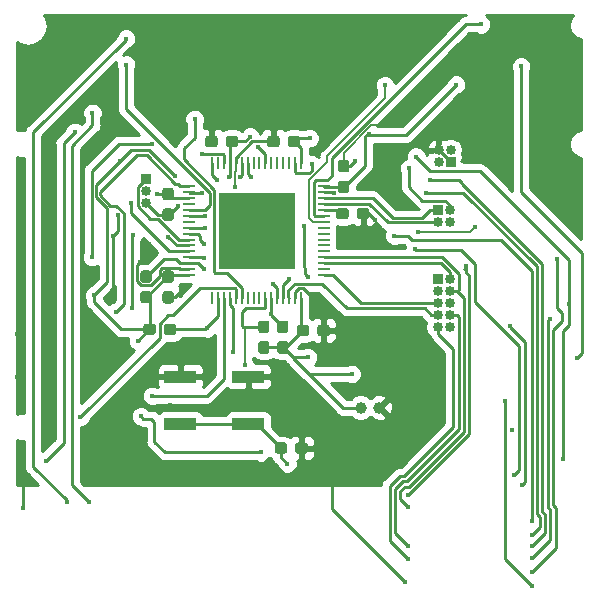
<source format=gbr>
G04 #@! TF.GenerationSoftware,KiCad,Pcbnew,5.0.2-bee76a0~70~ubuntu18.04.1*
G04 #@! TF.CreationDate,2020-07-18T23:39:56-07:00*
G04 #@! TF.ProjectId,light_thing_hw,6c696768-745f-4746-9869-6e675f68772e,rev?*
G04 #@! TF.SameCoordinates,Original*
G04 #@! TF.FileFunction,Copper,L1,Top*
G04 #@! TF.FilePolarity,Positive*
%FSLAX46Y46*%
G04 Gerber Fmt 4.6, Leading zero omitted, Abs format (unit mm)*
G04 Created by KiCad (PCBNEW 5.0.2-bee76a0~70~ubuntu18.04.1) date Sat 18 Jul 2020 11:39:56 PM PDT*
%MOMM*%
%LPD*%
G01*
G04 APERTURE LIST*
G04 #@! TA.AperFunction,ComponentPad*
%ADD10R,0.850000X0.850000*%
G04 #@! TD*
G04 #@! TA.AperFunction,ComponentPad*
%ADD11O,0.850000X0.850000*%
G04 #@! TD*
G04 #@! TA.AperFunction,SMDPad,CuDef*
%ADD12R,6.500000X6.500000*%
G04 #@! TD*
G04 #@! TA.AperFunction,SMDPad,CuDef*
%ADD13R,1.000000X0.250000*%
G04 #@! TD*
G04 #@! TA.AperFunction,SMDPad,CuDef*
%ADD14R,0.250000X1.000000*%
G04 #@! TD*
G04 #@! TA.AperFunction,Conductor*
%ADD15C,0.100000*%
G04 #@! TD*
G04 #@! TA.AperFunction,SMDPad,CuDef*
%ADD16C,0.950000*%
G04 #@! TD*
G04 #@! TA.AperFunction,BGAPad,CuDef*
%ADD17C,1.000000*%
G04 #@! TD*
G04 #@! TA.AperFunction,SMDPad,CuDef*
%ADD18R,2.750000X1.000000*%
G04 #@! TD*
G04 #@! TA.AperFunction,ViaPad*
%ADD19C,0.450000*%
G04 #@! TD*
G04 #@! TA.AperFunction,Conductor*
%ADD20C,0.250000*%
G04 #@! TD*
G04 #@! TA.AperFunction,Conductor*
%ADD21C,0.150000*%
G04 #@! TD*
G04 #@! TA.AperFunction,Conductor*
%ADD22C,0.254000*%
G04 #@! TD*
G04 APERTURE END LIST*
D10*
G04 #@! TO.P,J5,1*
G04 #@! TO.N,MIC_IN*
X131500000Y-80250000D03*
D11*
G04 #@! TO.P,J5,2*
G04 #@! TO.N,MIC_3V3*
X131500000Y-81250000D03*
G04 #@! TO.P,J5,3*
G04 #@! TO.N,GND*
X131500000Y-82250000D03*
G04 #@! TD*
D12*
G04 #@! TO.P,U5A1,65*
G04 #@! TO.N,N/C*
X140889571Y-84623695D03*
D13*
G04 #@! TO.P,U5A1,64*
G04 #@! TO.N,+3V3*
X146589571Y-80873695D03*
G04 #@! TO.P,U5A1,63*
G04 #@! TO.N,GND*
X146589571Y-81373695D03*
G04 #@! TO.P,U5A1,62*
G04 #@! TO.N,TEST_GPIO1*
X146589571Y-81873695D03*
G04 #@! TO.P,U5A1,61*
G04 #@! TO.N,TEST_GPIO0*
X146589571Y-82373695D03*
G04 #@! TO.P,U5A1,60*
G04 #@! TO.N,Net-(R5-Pad1)*
X146589571Y-82873695D03*
G04 #@! TO.P,U5A1,59*
G04 #@! TO.N,ACCEL_EXTI_2*
X146589571Y-83373695D03*
G04 #@! TO.P,U5A1,58*
G04 #@! TO.N,ACCEL_EXTI_1*
X146589571Y-83873695D03*
G04 #@! TO.P,U5A1,57*
G04 #@! TO.N,Net-(U5A1-Pad57)*
X146589571Y-84373695D03*
G04 #@! TO.P,U5A1,56*
G04 #@! TO.N,Net-(U5A1-Pad56)*
X146589571Y-84873695D03*
G04 #@! TO.P,U5A1,55*
G04 #@! TO.N,SWO*
X146589571Y-85373695D03*
G04 #@! TO.P,U5A1,54*
G04 #@! TO.N,Net-(U5A1-Pad54)*
X146589571Y-85873695D03*
G04 #@! TO.P,U5A1,53*
G04 #@! TO.N,Net-(U5A1-Pad53)*
X146589571Y-86373695D03*
G04 #@! TO.P,U5A1,52*
G04 #@! TO.N,BT_TX*
X146589571Y-86873695D03*
G04 #@! TO.P,U5A1,51*
G04 #@! TO.N,BT_RX*
X146589571Y-87373695D03*
G04 #@! TO.P,U5A1,50*
G04 #@! TO.N,Net-(U5A1-Pad50)*
X146589571Y-87873695D03*
G04 #@! TO.P,U5A1,49*
G04 #@! TO.N,SWCLK*
X146589571Y-88373695D03*
D14*
G04 #@! TO.P,U5A1,48*
G04 #@! TO.N,+3V3*
X144639571Y-90323695D03*
G04 #@! TO.P,U5A1,47*
G04 #@! TO.N,GND*
X144139571Y-90323695D03*
G04 #@! TO.P,U5A1,46*
G04 #@! TO.N,SWDIO*
X143639571Y-90323695D03*
G04 #@! TO.P,U5A1,45*
G04 #@! TO.N,D+*
X143139571Y-90323695D03*
G04 #@! TO.P,U5A1,44*
G04 #@! TO.N,D-*
X142639571Y-90323695D03*
G04 #@! TO.P,U5A1,43*
G04 #@! TO.N,I2C1_SDA*
X142139571Y-90323695D03*
G04 #@! TO.P,U5A1,42*
G04 #@! TO.N,I2C1_SCL*
X141639571Y-90323695D03*
G04 #@! TO.P,U5A1,41*
G04 #@! TO.N,Net-(U5A1-Pad41)*
X141139571Y-90323695D03*
G04 #@! TO.P,U5A1,40*
G04 #@! TO.N,Net-(U5A1-Pad40)*
X140639571Y-90323695D03*
G04 #@! TO.P,U5A1,39*
G04 #@! TO.N,Net-(U5A1-Pad39)*
X140139571Y-90323695D03*
G04 #@! TO.P,U5A1,38*
G04 #@! TO.N,BOOST_ENABLE*
X139639571Y-90323695D03*
G04 #@! TO.P,U5A1,37*
G04 #@! TO.N,BATT_ADC_ENABLE*
X139139571Y-90323695D03*
G04 #@! TO.P,U5A1,36*
G04 #@! TO.N,CHARGER_STAT2*
X138639571Y-90323695D03*
G04 #@! TO.P,U5A1,35*
G04 #@! TO.N,CHARGER_STAT1*
X138139571Y-90323695D03*
G04 #@! TO.P,U5A1,34*
G04 #@! TO.N,I2C2_SCL*
X137639571Y-90323695D03*
G04 #@! TO.P,U5A1,33*
G04 #@! TO.N,Net-(U5A1-Pad33)*
X137139571Y-90323695D03*
D13*
G04 #@! TO.P,U5A1,32*
G04 #@! TO.N,+3V3*
X135189571Y-88373695D03*
G04 #@! TO.P,U5A1,31*
G04 #@! TO.N,GND*
X135189571Y-87873695D03*
G04 #@! TO.P,U5A1,30*
G04 #@! TO.N,I2C2_SDA*
X135189571Y-87373695D03*
G04 #@! TO.P,U5A1,29*
G04 #@! TO.N,TEST_GPIO2*
X135189571Y-86873695D03*
G04 #@! TO.P,U5A1,28*
G04 #@! TO.N,MIC_ENABLE*
X135189571Y-86373695D03*
G04 #@! TO.P,U5A1,27*
G04 #@! TO.N,ADDR_LED_PANEL_1_PWM*
X135189571Y-85873695D03*
G04 #@! TO.P,U5A1,26*
G04 #@! TO.N,MIC_IN*
X135189571Y-85373695D03*
G04 #@! TO.P,U5A1,25*
G04 #@! TO.N,BT_GPIO_3*
X135189571Y-84873695D03*
G04 #@! TO.P,U5A1,24*
G04 #@! TO.N,BT_GPIO_2*
X135189571Y-84373695D03*
G04 #@! TO.P,U5A1,23*
G04 #@! TO.N,Net-(U5A1-Pad23)*
X135189571Y-83873695D03*
G04 #@! TO.P,U5A1,22*
G04 #@! TO.N,BATT_ADC*
X135189571Y-83373695D03*
G04 #@! TO.P,U5A1,21*
G04 #@! TO.N,GREEN_LED*
X135189571Y-82873695D03*
G04 #@! TO.P,U5A1,20*
G04 #@! TO.N,Net-(U5A1-Pad20)*
X135189571Y-82373695D03*
G04 #@! TO.P,U5A1,19*
G04 #@! TO.N,+3V3*
X135189571Y-81873695D03*
G04 #@! TO.P,U5A1,18*
G04 #@! TO.N,GND*
X135189571Y-81373695D03*
G04 #@! TO.P,U5A1,17*
G04 #@! TO.N,USART_2_RX*
X135189571Y-80873695D03*
D14*
G04 #@! TO.P,U5A1,16*
G04 #@! TO.N,USART_2_TX*
X137139571Y-78923695D03*
G04 #@! TO.P,U5A1,15*
G04 #@! TO.N,Net-(U5A1-Pad15)*
X137639571Y-78923695D03*
G04 #@! TO.P,U5A1,14*
G04 #@! TO.N,ADDR_LED_BACKUP_PWM*
X138139571Y-78923695D03*
G04 #@! TO.P,U5A1,13*
G04 #@! TO.N,+3V3*
X138639571Y-78923695D03*
G04 #@! TO.P,U5A1,12*
G04 #@! TO.N,GND*
X139139571Y-78923695D03*
G04 #@! TO.P,U5A1,11*
G04 #@! TO.N,BT_GPIO_1*
X139639571Y-78923695D03*
G04 #@! TO.P,U5A1,10*
G04 #@! TO.N,BT_GPIO_0*
X140139571Y-78923695D03*
G04 #@! TO.P,U5A1,9*
G04 #@! TO.N,Net-(U5A1-Pad9)*
X140639571Y-78923695D03*
G04 #@! TO.P,U5A1,8*
G04 #@! TO.N,Net-(U5A1-Pad8)*
X141139571Y-78923695D03*
G04 #@! TO.P,U5A1,7*
G04 #@! TO.N,RESET*
X141639571Y-78923695D03*
G04 #@! TO.P,U5A1,6*
G04 #@! TO.N,Net-(U5A1-Pad6)*
X142139571Y-78923695D03*
G04 #@! TO.P,U5A1,5*
G04 #@! TO.N,Net-(U5A1-Pad5)*
X142639571Y-78923695D03*
G04 #@! TO.P,U5A1,4*
G04 #@! TO.N,Net-(U5A1-Pad4)*
X143139571Y-78923695D03*
G04 #@! TO.P,U5A1,3*
G04 #@! TO.N,Net-(U5A1-Pad3)*
X143639571Y-78923695D03*
G04 #@! TO.P,U5A1,2*
G04 #@! TO.N,BUTTON1*
X144139571Y-78923695D03*
G04 #@! TO.P,U5A1,1*
G04 #@! TO.N,+3V3*
X144639571Y-78923695D03*
G04 #@! TD*
D15*
G04 #@! TO.N,+3V3*
G04 #@! TO.C,C1*
G36*
X148520350Y-80384839D02*
X148543405Y-80388258D01*
X148566014Y-80393922D01*
X148587958Y-80401774D01*
X148609028Y-80411739D01*
X148629019Y-80423721D01*
X148647739Y-80437605D01*
X148665009Y-80453257D01*
X148680661Y-80470527D01*
X148694545Y-80489247D01*
X148706527Y-80509238D01*
X148716492Y-80530308D01*
X148724344Y-80552252D01*
X148730008Y-80574861D01*
X148733427Y-80597916D01*
X148734571Y-80621195D01*
X148734571Y-81196195D01*
X148733427Y-81219474D01*
X148730008Y-81242529D01*
X148724344Y-81265138D01*
X148716492Y-81287082D01*
X148706527Y-81308152D01*
X148694545Y-81328143D01*
X148680661Y-81346863D01*
X148665009Y-81364133D01*
X148647739Y-81379785D01*
X148629019Y-81393669D01*
X148609028Y-81405651D01*
X148587958Y-81415616D01*
X148566014Y-81423468D01*
X148543405Y-81429132D01*
X148520350Y-81432551D01*
X148497071Y-81433695D01*
X148022071Y-81433695D01*
X147998792Y-81432551D01*
X147975737Y-81429132D01*
X147953128Y-81423468D01*
X147931184Y-81415616D01*
X147910114Y-81405651D01*
X147890123Y-81393669D01*
X147871403Y-81379785D01*
X147854133Y-81364133D01*
X147838481Y-81346863D01*
X147824597Y-81328143D01*
X147812615Y-81308152D01*
X147802650Y-81287082D01*
X147794798Y-81265138D01*
X147789134Y-81242529D01*
X147785715Y-81219474D01*
X147784571Y-81196195D01*
X147784571Y-80621195D01*
X147785715Y-80597916D01*
X147789134Y-80574861D01*
X147794798Y-80552252D01*
X147802650Y-80530308D01*
X147812615Y-80509238D01*
X147824597Y-80489247D01*
X147838481Y-80470527D01*
X147854133Y-80453257D01*
X147871403Y-80437605D01*
X147890123Y-80423721D01*
X147910114Y-80411739D01*
X147931184Y-80401774D01*
X147953128Y-80393922D01*
X147975737Y-80388258D01*
X147998792Y-80384839D01*
X148022071Y-80383695D01*
X148497071Y-80383695D01*
X148520350Y-80384839D01*
X148520350Y-80384839D01*
G37*
D16*
G04 #@! TD*
G04 #@! TO.P,C1,1*
G04 #@! TO.N,+3V3*
X148259571Y-80908695D03*
D15*
G04 #@! TO.N,GND*
G04 #@! TO.C,C1*
G36*
X148520350Y-78634839D02*
X148543405Y-78638258D01*
X148566014Y-78643922D01*
X148587958Y-78651774D01*
X148609028Y-78661739D01*
X148629019Y-78673721D01*
X148647739Y-78687605D01*
X148665009Y-78703257D01*
X148680661Y-78720527D01*
X148694545Y-78739247D01*
X148706527Y-78759238D01*
X148716492Y-78780308D01*
X148724344Y-78802252D01*
X148730008Y-78824861D01*
X148733427Y-78847916D01*
X148734571Y-78871195D01*
X148734571Y-79446195D01*
X148733427Y-79469474D01*
X148730008Y-79492529D01*
X148724344Y-79515138D01*
X148716492Y-79537082D01*
X148706527Y-79558152D01*
X148694545Y-79578143D01*
X148680661Y-79596863D01*
X148665009Y-79614133D01*
X148647739Y-79629785D01*
X148629019Y-79643669D01*
X148609028Y-79655651D01*
X148587958Y-79665616D01*
X148566014Y-79673468D01*
X148543405Y-79679132D01*
X148520350Y-79682551D01*
X148497071Y-79683695D01*
X148022071Y-79683695D01*
X147998792Y-79682551D01*
X147975737Y-79679132D01*
X147953128Y-79673468D01*
X147931184Y-79665616D01*
X147910114Y-79655651D01*
X147890123Y-79643669D01*
X147871403Y-79629785D01*
X147854133Y-79614133D01*
X147838481Y-79596863D01*
X147824597Y-79578143D01*
X147812615Y-79558152D01*
X147802650Y-79537082D01*
X147794798Y-79515138D01*
X147789134Y-79492529D01*
X147785715Y-79469474D01*
X147784571Y-79446195D01*
X147784571Y-78871195D01*
X147785715Y-78847916D01*
X147789134Y-78824861D01*
X147794798Y-78802252D01*
X147802650Y-78780308D01*
X147812615Y-78759238D01*
X147824597Y-78739247D01*
X147838481Y-78720527D01*
X147854133Y-78703257D01*
X147871403Y-78687605D01*
X147890123Y-78673721D01*
X147910114Y-78661739D01*
X147931184Y-78651774D01*
X147953128Y-78643922D01*
X147975737Y-78638258D01*
X147998792Y-78634839D01*
X148022071Y-78633695D01*
X148497071Y-78633695D01*
X148520350Y-78634839D01*
X148520350Y-78634839D01*
G37*
D16*
G04 #@! TD*
G04 #@! TO.P,C1,2*
G04 #@! TO.N,GND*
X148259571Y-79158695D03*
D15*
G04 #@! TO.N,GND*
G04 #@! TO.C,C2*
G36*
X146876938Y-92589247D02*
X146899993Y-92592666D01*
X146922602Y-92598330D01*
X146944546Y-92606182D01*
X146965616Y-92616147D01*
X146985607Y-92628129D01*
X147004327Y-92642013D01*
X147021597Y-92657665D01*
X147037249Y-92674935D01*
X147051133Y-92693655D01*
X147063115Y-92713646D01*
X147073080Y-92734716D01*
X147080932Y-92756660D01*
X147086596Y-92779269D01*
X147090015Y-92802324D01*
X147091159Y-92825603D01*
X147091159Y-93300603D01*
X147090015Y-93323882D01*
X147086596Y-93346937D01*
X147080932Y-93369546D01*
X147073080Y-93391490D01*
X147063115Y-93412560D01*
X147051133Y-93432551D01*
X147037249Y-93451271D01*
X147021597Y-93468541D01*
X147004327Y-93484193D01*
X146985607Y-93498077D01*
X146965616Y-93510059D01*
X146944546Y-93520024D01*
X146922602Y-93527876D01*
X146899993Y-93533540D01*
X146876938Y-93536959D01*
X146853659Y-93538103D01*
X146278659Y-93538103D01*
X146255380Y-93536959D01*
X146232325Y-93533540D01*
X146209716Y-93527876D01*
X146187772Y-93520024D01*
X146166702Y-93510059D01*
X146146711Y-93498077D01*
X146127991Y-93484193D01*
X146110721Y-93468541D01*
X146095069Y-93451271D01*
X146081185Y-93432551D01*
X146069203Y-93412560D01*
X146059238Y-93391490D01*
X146051386Y-93369546D01*
X146045722Y-93346937D01*
X146042303Y-93323882D01*
X146041159Y-93300603D01*
X146041159Y-92825603D01*
X146042303Y-92802324D01*
X146045722Y-92779269D01*
X146051386Y-92756660D01*
X146059238Y-92734716D01*
X146069203Y-92713646D01*
X146081185Y-92693655D01*
X146095069Y-92674935D01*
X146110721Y-92657665D01*
X146127991Y-92642013D01*
X146146711Y-92628129D01*
X146166702Y-92616147D01*
X146187772Y-92606182D01*
X146209716Y-92598330D01*
X146232325Y-92592666D01*
X146255380Y-92589247D01*
X146278659Y-92588103D01*
X146853659Y-92588103D01*
X146876938Y-92589247D01*
X146876938Y-92589247D01*
G37*
D16*
G04 #@! TD*
G04 #@! TO.P,C2,2*
G04 #@! TO.N,GND*
X146566159Y-93063103D03*
D15*
G04 #@! TO.N,+3V3*
G04 #@! TO.C,C2*
G36*
X145126938Y-92589247D02*
X145149993Y-92592666D01*
X145172602Y-92598330D01*
X145194546Y-92606182D01*
X145215616Y-92616147D01*
X145235607Y-92628129D01*
X145254327Y-92642013D01*
X145271597Y-92657665D01*
X145287249Y-92674935D01*
X145301133Y-92693655D01*
X145313115Y-92713646D01*
X145323080Y-92734716D01*
X145330932Y-92756660D01*
X145336596Y-92779269D01*
X145340015Y-92802324D01*
X145341159Y-92825603D01*
X145341159Y-93300603D01*
X145340015Y-93323882D01*
X145336596Y-93346937D01*
X145330932Y-93369546D01*
X145323080Y-93391490D01*
X145313115Y-93412560D01*
X145301133Y-93432551D01*
X145287249Y-93451271D01*
X145271597Y-93468541D01*
X145254327Y-93484193D01*
X145235607Y-93498077D01*
X145215616Y-93510059D01*
X145194546Y-93520024D01*
X145172602Y-93527876D01*
X145149993Y-93533540D01*
X145126938Y-93536959D01*
X145103659Y-93538103D01*
X144528659Y-93538103D01*
X144505380Y-93536959D01*
X144482325Y-93533540D01*
X144459716Y-93527876D01*
X144437772Y-93520024D01*
X144416702Y-93510059D01*
X144396711Y-93498077D01*
X144377991Y-93484193D01*
X144360721Y-93468541D01*
X144345069Y-93451271D01*
X144331185Y-93432551D01*
X144319203Y-93412560D01*
X144309238Y-93391490D01*
X144301386Y-93369546D01*
X144295722Y-93346937D01*
X144292303Y-93323882D01*
X144291159Y-93300603D01*
X144291159Y-92825603D01*
X144292303Y-92802324D01*
X144295722Y-92779269D01*
X144301386Y-92756660D01*
X144309238Y-92734716D01*
X144319203Y-92713646D01*
X144331185Y-92693655D01*
X144345069Y-92674935D01*
X144360721Y-92657665D01*
X144377991Y-92642013D01*
X144396711Y-92628129D01*
X144416702Y-92616147D01*
X144437772Y-92606182D01*
X144459716Y-92598330D01*
X144482325Y-92592666D01*
X144505380Y-92589247D01*
X144528659Y-92588103D01*
X145103659Y-92588103D01*
X145126938Y-92589247D01*
X145126938Y-92589247D01*
G37*
D16*
G04 #@! TD*
G04 #@! TO.P,C2,1*
G04 #@! TO.N,+3V3*
X144816159Y-93063103D03*
D15*
G04 #@! TO.N,+3V3*
G04 #@! TO.C,C3*
G36*
X133660350Y-87989839D02*
X133683405Y-87993258D01*
X133706014Y-87998922D01*
X133727958Y-88006774D01*
X133749028Y-88016739D01*
X133769019Y-88028721D01*
X133787739Y-88042605D01*
X133805009Y-88058257D01*
X133820661Y-88075527D01*
X133834545Y-88094247D01*
X133846527Y-88114238D01*
X133856492Y-88135308D01*
X133864344Y-88157252D01*
X133870008Y-88179861D01*
X133873427Y-88202916D01*
X133874571Y-88226195D01*
X133874571Y-88801195D01*
X133873427Y-88824474D01*
X133870008Y-88847529D01*
X133864344Y-88870138D01*
X133856492Y-88892082D01*
X133846527Y-88913152D01*
X133834545Y-88933143D01*
X133820661Y-88951863D01*
X133805009Y-88969133D01*
X133787739Y-88984785D01*
X133769019Y-88998669D01*
X133749028Y-89010651D01*
X133727958Y-89020616D01*
X133706014Y-89028468D01*
X133683405Y-89034132D01*
X133660350Y-89037551D01*
X133637071Y-89038695D01*
X133162071Y-89038695D01*
X133138792Y-89037551D01*
X133115737Y-89034132D01*
X133093128Y-89028468D01*
X133071184Y-89020616D01*
X133050114Y-89010651D01*
X133030123Y-88998669D01*
X133011403Y-88984785D01*
X132994133Y-88969133D01*
X132978481Y-88951863D01*
X132964597Y-88933143D01*
X132952615Y-88913152D01*
X132942650Y-88892082D01*
X132934798Y-88870138D01*
X132929134Y-88847529D01*
X132925715Y-88824474D01*
X132924571Y-88801195D01*
X132924571Y-88226195D01*
X132925715Y-88202916D01*
X132929134Y-88179861D01*
X132934798Y-88157252D01*
X132942650Y-88135308D01*
X132952615Y-88114238D01*
X132964597Y-88094247D01*
X132978481Y-88075527D01*
X132994133Y-88058257D01*
X133011403Y-88042605D01*
X133030123Y-88028721D01*
X133050114Y-88016739D01*
X133071184Y-88006774D01*
X133093128Y-87998922D01*
X133115737Y-87993258D01*
X133138792Y-87989839D01*
X133162071Y-87988695D01*
X133637071Y-87988695D01*
X133660350Y-87989839D01*
X133660350Y-87989839D01*
G37*
D16*
G04 #@! TD*
G04 #@! TO.P,C3,1*
G04 #@! TO.N,+3V3*
X133399571Y-88513695D03*
D15*
G04 #@! TO.N,GND*
G04 #@! TO.C,C3*
G36*
X133660350Y-89739839D02*
X133683405Y-89743258D01*
X133706014Y-89748922D01*
X133727958Y-89756774D01*
X133749028Y-89766739D01*
X133769019Y-89778721D01*
X133787739Y-89792605D01*
X133805009Y-89808257D01*
X133820661Y-89825527D01*
X133834545Y-89844247D01*
X133846527Y-89864238D01*
X133856492Y-89885308D01*
X133864344Y-89907252D01*
X133870008Y-89929861D01*
X133873427Y-89952916D01*
X133874571Y-89976195D01*
X133874571Y-90551195D01*
X133873427Y-90574474D01*
X133870008Y-90597529D01*
X133864344Y-90620138D01*
X133856492Y-90642082D01*
X133846527Y-90663152D01*
X133834545Y-90683143D01*
X133820661Y-90701863D01*
X133805009Y-90719133D01*
X133787739Y-90734785D01*
X133769019Y-90748669D01*
X133749028Y-90760651D01*
X133727958Y-90770616D01*
X133706014Y-90778468D01*
X133683405Y-90784132D01*
X133660350Y-90787551D01*
X133637071Y-90788695D01*
X133162071Y-90788695D01*
X133138792Y-90787551D01*
X133115737Y-90784132D01*
X133093128Y-90778468D01*
X133071184Y-90770616D01*
X133050114Y-90760651D01*
X133030123Y-90748669D01*
X133011403Y-90734785D01*
X132994133Y-90719133D01*
X132978481Y-90701863D01*
X132964597Y-90683143D01*
X132952615Y-90663152D01*
X132942650Y-90642082D01*
X132934798Y-90620138D01*
X132929134Y-90597529D01*
X132925715Y-90574474D01*
X132924571Y-90551195D01*
X132924571Y-89976195D01*
X132925715Y-89952916D01*
X132929134Y-89929861D01*
X132934798Y-89907252D01*
X132942650Y-89885308D01*
X132952615Y-89864238D01*
X132964597Y-89844247D01*
X132978481Y-89825527D01*
X132994133Y-89808257D01*
X133011403Y-89792605D01*
X133030123Y-89778721D01*
X133050114Y-89766739D01*
X133071184Y-89756774D01*
X133093128Y-89748922D01*
X133115737Y-89743258D01*
X133138792Y-89739839D01*
X133162071Y-89738695D01*
X133637071Y-89738695D01*
X133660350Y-89739839D01*
X133660350Y-89739839D01*
G37*
D16*
G04 #@! TD*
G04 #@! TO.P,C3,2*
G04 #@! TO.N,GND*
X133399571Y-90263695D03*
D15*
G04 #@! TO.N,GND*
G04 #@! TO.C,C4*
G36*
X133660350Y-82739839D02*
X133683405Y-82743258D01*
X133706014Y-82748922D01*
X133727958Y-82756774D01*
X133749028Y-82766739D01*
X133769019Y-82778721D01*
X133787739Y-82792605D01*
X133805009Y-82808257D01*
X133820661Y-82825527D01*
X133834545Y-82844247D01*
X133846527Y-82864238D01*
X133856492Y-82885308D01*
X133864344Y-82907252D01*
X133870008Y-82929861D01*
X133873427Y-82952916D01*
X133874571Y-82976195D01*
X133874571Y-83551195D01*
X133873427Y-83574474D01*
X133870008Y-83597529D01*
X133864344Y-83620138D01*
X133856492Y-83642082D01*
X133846527Y-83663152D01*
X133834545Y-83683143D01*
X133820661Y-83701863D01*
X133805009Y-83719133D01*
X133787739Y-83734785D01*
X133769019Y-83748669D01*
X133749028Y-83760651D01*
X133727958Y-83770616D01*
X133706014Y-83778468D01*
X133683405Y-83784132D01*
X133660350Y-83787551D01*
X133637071Y-83788695D01*
X133162071Y-83788695D01*
X133138792Y-83787551D01*
X133115737Y-83784132D01*
X133093128Y-83778468D01*
X133071184Y-83770616D01*
X133050114Y-83760651D01*
X133030123Y-83748669D01*
X133011403Y-83734785D01*
X132994133Y-83719133D01*
X132978481Y-83701863D01*
X132964597Y-83683143D01*
X132952615Y-83663152D01*
X132942650Y-83642082D01*
X132934798Y-83620138D01*
X132929134Y-83597529D01*
X132925715Y-83574474D01*
X132924571Y-83551195D01*
X132924571Y-82976195D01*
X132925715Y-82952916D01*
X132929134Y-82929861D01*
X132934798Y-82907252D01*
X132942650Y-82885308D01*
X132952615Y-82864238D01*
X132964597Y-82844247D01*
X132978481Y-82825527D01*
X132994133Y-82808257D01*
X133011403Y-82792605D01*
X133030123Y-82778721D01*
X133050114Y-82766739D01*
X133071184Y-82756774D01*
X133093128Y-82748922D01*
X133115737Y-82743258D01*
X133138792Y-82739839D01*
X133162071Y-82738695D01*
X133637071Y-82738695D01*
X133660350Y-82739839D01*
X133660350Y-82739839D01*
G37*
D16*
G04 #@! TD*
G04 #@! TO.P,C4,2*
G04 #@! TO.N,GND*
X133399571Y-83263695D03*
D15*
G04 #@! TO.N,+3V3*
G04 #@! TO.C,C4*
G36*
X133660350Y-80989839D02*
X133683405Y-80993258D01*
X133706014Y-80998922D01*
X133727958Y-81006774D01*
X133749028Y-81016739D01*
X133769019Y-81028721D01*
X133787739Y-81042605D01*
X133805009Y-81058257D01*
X133820661Y-81075527D01*
X133834545Y-81094247D01*
X133846527Y-81114238D01*
X133856492Y-81135308D01*
X133864344Y-81157252D01*
X133870008Y-81179861D01*
X133873427Y-81202916D01*
X133874571Y-81226195D01*
X133874571Y-81801195D01*
X133873427Y-81824474D01*
X133870008Y-81847529D01*
X133864344Y-81870138D01*
X133856492Y-81892082D01*
X133846527Y-81913152D01*
X133834545Y-81933143D01*
X133820661Y-81951863D01*
X133805009Y-81969133D01*
X133787739Y-81984785D01*
X133769019Y-81998669D01*
X133749028Y-82010651D01*
X133727958Y-82020616D01*
X133706014Y-82028468D01*
X133683405Y-82034132D01*
X133660350Y-82037551D01*
X133637071Y-82038695D01*
X133162071Y-82038695D01*
X133138792Y-82037551D01*
X133115737Y-82034132D01*
X133093128Y-82028468D01*
X133071184Y-82020616D01*
X133050114Y-82010651D01*
X133030123Y-81998669D01*
X133011403Y-81984785D01*
X132994133Y-81969133D01*
X132978481Y-81951863D01*
X132964597Y-81933143D01*
X132952615Y-81913152D01*
X132942650Y-81892082D01*
X132934798Y-81870138D01*
X132929134Y-81847529D01*
X132925715Y-81824474D01*
X132924571Y-81801195D01*
X132924571Y-81226195D01*
X132925715Y-81202916D01*
X132929134Y-81179861D01*
X132934798Y-81157252D01*
X132942650Y-81135308D01*
X132952615Y-81114238D01*
X132964597Y-81094247D01*
X132978481Y-81075527D01*
X132994133Y-81058257D01*
X133011403Y-81042605D01*
X133030123Y-81028721D01*
X133050114Y-81016739D01*
X133071184Y-81006774D01*
X133093128Y-80998922D01*
X133115737Y-80993258D01*
X133138792Y-80989839D01*
X133162071Y-80988695D01*
X133637071Y-80988695D01*
X133660350Y-80989839D01*
X133660350Y-80989839D01*
G37*
D16*
G04 #@! TD*
G04 #@! TO.P,C4,1*
G04 #@! TO.N,+3V3*
X133399571Y-81513695D03*
D15*
G04 #@! TO.N,GND*
G04 #@! TO.C,C9*
G36*
X145010779Y-102546144D02*
X145033834Y-102549563D01*
X145056443Y-102555227D01*
X145078387Y-102563079D01*
X145099457Y-102573044D01*
X145119448Y-102585026D01*
X145138168Y-102598910D01*
X145155438Y-102614562D01*
X145171090Y-102631832D01*
X145184974Y-102650552D01*
X145196956Y-102670543D01*
X145206921Y-102691613D01*
X145214773Y-102713557D01*
X145220437Y-102736166D01*
X145223856Y-102759221D01*
X145225000Y-102782500D01*
X145225000Y-103257500D01*
X145223856Y-103280779D01*
X145220437Y-103303834D01*
X145214773Y-103326443D01*
X145206921Y-103348387D01*
X145196956Y-103369457D01*
X145184974Y-103389448D01*
X145171090Y-103408168D01*
X145155438Y-103425438D01*
X145138168Y-103441090D01*
X145119448Y-103454974D01*
X145099457Y-103466956D01*
X145078387Y-103476921D01*
X145056443Y-103484773D01*
X145033834Y-103490437D01*
X145010779Y-103493856D01*
X144987500Y-103495000D01*
X144412500Y-103495000D01*
X144389221Y-103493856D01*
X144366166Y-103490437D01*
X144343557Y-103484773D01*
X144321613Y-103476921D01*
X144300543Y-103466956D01*
X144280552Y-103454974D01*
X144261832Y-103441090D01*
X144244562Y-103425438D01*
X144228910Y-103408168D01*
X144215026Y-103389448D01*
X144203044Y-103369457D01*
X144193079Y-103348387D01*
X144185227Y-103326443D01*
X144179563Y-103303834D01*
X144176144Y-103280779D01*
X144175000Y-103257500D01*
X144175000Y-102782500D01*
X144176144Y-102759221D01*
X144179563Y-102736166D01*
X144185227Y-102713557D01*
X144193079Y-102691613D01*
X144203044Y-102670543D01*
X144215026Y-102650552D01*
X144228910Y-102631832D01*
X144244562Y-102614562D01*
X144261832Y-102598910D01*
X144280552Y-102585026D01*
X144300543Y-102573044D01*
X144321613Y-102563079D01*
X144343557Y-102555227D01*
X144366166Y-102549563D01*
X144389221Y-102546144D01*
X144412500Y-102545000D01*
X144987500Y-102545000D01*
X145010779Y-102546144D01*
X145010779Y-102546144D01*
G37*
D16*
G04 #@! TD*
G04 #@! TO.P,C9,2*
G04 #@! TO.N,GND*
X144700000Y-103020000D03*
D15*
G04 #@! TO.N,RESET*
G04 #@! TO.C,C9*
G36*
X143260779Y-102546144D02*
X143283834Y-102549563D01*
X143306443Y-102555227D01*
X143328387Y-102563079D01*
X143349457Y-102573044D01*
X143369448Y-102585026D01*
X143388168Y-102598910D01*
X143405438Y-102614562D01*
X143421090Y-102631832D01*
X143434974Y-102650552D01*
X143446956Y-102670543D01*
X143456921Y-102691613D01*
X143464773Y-102713557D01*
X143470437Y-102736166D01*
X143473856Y-102759221D01*
X143475000Y-102782500D01*
X143475000Y-103257500D01*
X143473856Y-103280779D01*
X143470437Y-103303834D01*
X143464773Y-103326443D01*
X143456921Y-103348387D01*
X143446956Y-103369457D01*
X143434974Y-103389448D01*
X143421090Y-103408168D01*
X143405438Y-103425438D01*
X143388168Y-103441090D01*
X143369448Y-103454974D01*
X143349457Y-103466956D01*
X143328387Y-103476921D01*
X143306443Y-103484773D01*
X143283834Y-103490437D01*
X143260779Y-103493856D01*
X143237500Y-103495000D01*
X142662500Y-103495000D01*
X142639221Y-103493856D01*
X142616166Y-103490437D01*
X142593557Y-103484773D01*
X142571613Y-103476921D01*
X142550543Y-103466956D01*
X142530552Y-103454974D01*
X142511832Y-103441090D01*
X142494562Y-103425438D01*
X142478910Y-103408168D01*
X142465026Y-103389448D01*
X142453044Y-103369457D01*
X142443079Y-103348387D01*
X142435227Y-103326443D01*
X142429563Y-103303834D01*
X142426144Y-103280779D01*
X142425000Y-103257500D01*
X142425000Y-102782500D01*
X142426144Y-102759221D01*
X142429563Y-102736166D01*
X142435227Y-102713557D01*
X142443079Y-102691613D01*
X142453044Y-102670543D01*
X142465026Y-102650552D01*
X142478910Y-102631832D01*
X142494562Y-102614562D01*
X142511832Y-102598910D01*
X142530552Y-102585026D01*
X142550543Y-102573044D01*
X142571613Y-102563079D01*
X142593557Y-102555227D01*
X142616166Y-102549563D01*
X142639221Y-102546144D01*
X142662500Y-102545000D01*
X143237500Y-102545000D01*
X143260779Y-102546144D01*
X143260779Y-102546144D01*
G37*
D16*
G04 #@! TD*
G04 #@! TO.P,C9,1*
G04 #@! TO.N,RESET*
X142950000Y-103020000D03*
D15*
G04 #@! TO.N,+3V3*
G04 #@! TO.C,C16*
G36*
X144376938Y-76589247D02*
X144399993Y-76592666D01*
X144422602Y-76598330D01*
X144444546Y-76606182D01*
X144465616Y-76616147D01*
X144485607Y-76628129D01*
X144504327Y-76642013D01*
X144521597Y-76657665D01*
X144537249Y-76674935D01*
X144551133Y-76693655D01*
X144563115Y-76713646D01*
X144573080Y-76734716D01*
X144580932Y-76756660D01*
X144586596Y-76779269D01*
X144590015Y-76802324D01*
X144591159Y-76825603D01*
X144591159Y-77300603D01*
X144590015Y-77323882D01*
X144586596Y-77346937D01*
X144580932Y-77369546D01*
X144573080Y-77391490D01*
X144563115Y-77412560D01*
X144551133Y-77432551D01*
X144537249Y-77451271D01*
X144521597Y-77468541D01*
X144504327Y-77484193D01*
X144485607Y-77498077D01*
X144465616Y-77510059D01*
X144444546Y-77520024D01*
X144422602Y-77527876D01*
X144399993Y-77533540D01*
X144376938Y-77536959D01*
X144353659Y-77538103D01*
X143778659Y-77538103D01*
X143755380Y-77536959D01*
X143732325Y-77533540D01*
X143709716Y-77527876D01*
X143687772Y-77520024D01*
X143666702Y-77510059D01*
X143646711Y-77498077D01*
X143627991Y-77484193D01*
X143610721Y-77468541D01*
X143595069Y-77451271D01*
X143581185Y-77432551D01*
X143569203Y-77412560D01*
X143559238Y-77391490D01*
X143551386Y-77369546D01*
X143545722Y-77346937D01*
X143542303Y-77323882D01*
X143541159Y-77300603D01*
X143541159Y-76825603D01*
X143542303Y-76802324D01*
X143545722Y-76779269D01*
X143551386Y-76756660D01*
X143559238Y-76734716D01*
X143569203Y-76713646D01*
X143581185Y-76693655D01*
X143595069Y-76674935D01*
X143610721Y-76657665D01*
X143627991Y-76642013D01*
X143646711Y-76628129D01*
X143666702Y-76616147D01*
X143687772Y-76606182D01*
X143709716Y-76598330D01*
X143732325Y-76592666D01*
X143755380Y-76589247D01*
X143778659Y-76588103D01*
X144353659Y-76588103D01*
X144376938Y-76589247D01*
X144376938Y-76589247D01*
G37*
D16*
G04 #@! TD*
G04 #@! TO.P,C16,1*
G04 #@! TO.N,+3V3*
X144066159Y-77063103D03*
D15*
G04 #@! TO.N,GND*
G04 #@! TO.C,C16*
G36*
X142626938Y-76589247D02*
X142649993Y-76592666D01*
X142672602Y-76598330D01*
X142694546Y-76606182D01*
X142715616Y-76616147D01*
X142735607Y-76628129D01*
X142754327Y-76642013D01*
X142771597Y-76657665D01*
X142787249Y-76674935D01*
X142801133Y-76693655D01*
X142813115Y-76713646D01*
X142823080Y-76734716D01*
X142830932Y-76756660D01*
X142836596Y-76779269D01*
X142840015Y-76802324D01*
X142841159Y-76825603D01*
X142841159Y-77300603D01*
X142840015Y-77323882D01*
X142836596Y-77346937D01*
X142830932Y-77369546D01*
X142823080Y-77391490D01*
X142813115Y-77412560D01*
X142801133Y-77432551D01*
X142787249Y-77451271D01*
X142771597Y-77468541D01*
X142754327Y-77484193D01*
X142735607Y-77498077D01*
X142715616Y-77510059D01*
X142694546Y-77520024D01*
X142672602Y-77527876D01*
X142649993Y-77533540D01*
X142626938Y-77536959D01*
X142603659Y-77538103D01*
X142028659Y-77538103D01*
X142005380Y-77536959D01*
X141982325Y-77533540D01*
X141959716Y-77527876D01*
X141937772Y-77520024D01*
X141916702Y-77510059D01*
X141896711Y-77498077D01*
X141877991Y-77484193D01*
X141860721Y-77468541D01*
X141845069Y-77451271D01*
X141831185Y-77432551D01*
X141819203Y-77412560D01*
X141809238Y-77391490D01*
X141801386Y-77369546D01*
X141795722Y-77346937D01*
X141792303Y-77323882D01*
X141791159Y-77300603D01*
X141791159Y-76825603D01*
X141792303Y-76802324D01*
X141795722Y-76779269D01*
X141801386Y-76756660D01*
X141809238Y-76734716D01*
X141819203Y-76713646D01*
X141831185Y-76693655D01*
X141845069Y-76674935D01*
X141860721Y-76657665D01*
X141877991Y-76642013D01*
X141896711Y-76628129D01*
X141916702Y-76616147D01*
X141937772Y-76606182D01*
X141959716Y-76598330D01*
X141982325Y-76592666D01*
X142005380Y-76589247D01*
X142028659Y-76588103D01*
X142603659Y-76588103D01*
X142626938Y-76589247D01*
X142626938Y-76589247D01*
G37*
D16*
G04 #@! TD*
G04 #@! TO.P,C16,2*
G04 #@! TO.N,GND*
X142316159Y-77063103D03*
D15*
G04 #@! TO.N,GND*
G04 #@! TO.C,C17*
G36*
X137376938Y-76589247D02*
X137399993Y-76592666D01*
X137422602Y-76598330D01*
X137444546Y-76606182D01*
X137465616Y-76616147D01*
X137485607Y-76628129D01*
X137504327Y-76642013D01*
X137521597Y-76657665D01*
X137537249Y-76674935D01*
X137551133Y-76693655D01*
X137563115Y-76713646D01*
X137573080Y-76734716D01*
X137580932Y-76756660D01*
X137586596Y-76779269D01*
X137590015Y-76802324D01*
X137591159Y-76825603D01*
X137591159Y-77300603D01*
X137590015Y-77323882D01*
X137586596Y-77346937D01*
X137580932Y-77369546D01*
X137573080Y-77391490D01*
X137563115Y-77412560D01*
X137551133Y-77432551D01*
X137537249Y-77451271D01*
X137521597Y-77468541D01*
X137504327Y-77484193D01*
X137485607Y-77498077D01*
X137465616Y-77510059D01*
X137444546Y-77520024D01*
X137422602Y-77527876D01*
X137399993Y-77533540D01*
X137376938Y-77536959D01*
X137353659Y-77538103D01*
X136778659Y-77538103D01*
X136755380Y-77536959D01*
X136732325Y-77533540D01*
X136709716Y-77527876D01*
X136687772Y-77520024D01*
X136666702Y-77510059D01*
X136646711Y-77498077D01*
X136627991Y-77484193D01*
X136610721Y-77468541D01*
X136595069Y-77451271D01*
X136581185Y-77432551D01*
X136569203Y-77412560D01*
X136559238Y-77391490D01*
X136551386Y-77369546D01*
X136545722Y-77346937D01*
X136542303Y-77323882D01*
X136541159Y-77300603D01*
X136541159Y-76825603D01*
X136542303Y-76802324D01*
X136545722Y-76779269D01*
X136551386Y-76756660D01*
X136559238Y-76734716D01*
X136569203Y-76713646D01*
X136581185Y-76693655D01*
X136595069Y-76674935D01*
X136610721Y-76657665D01*
X136627991Y-76642013D01*
X136646711Y-76628129D01*
X136666702Y-76616147D01*
X136687772Y-76606182D01*
X136709716Y-76598330D01*
X136732325Y-76592666D01*
X136755380Y-76589247D01*
X136778659Y-76588103D01*
X137353659Y-76588103D01*
X137376938Y-76589247D01*
X137376938Y-76589247D01*
G37*
D16*
G04 #@! TD*
G04 #@! TO.P,C17,2*
G04 #@! TO.N,GND*
X137066159Y-77063103D03*
D15*
G04 #@! TO.N,+3V3*
G04 #@! TO.C,C17*
G36*
X139126938Y-76589247D02*
X139149993Y-76592666D01*
X139172602Y-76598330D01*
X139194546Y-76606182D01*
X139215616Y-76616147D01*
X139235607Y-76628129D01*
X139254327Y-76642013D01*
X139271597Y-76657665D01*
X139287249Y-76674935D01*
X139301133Y-76693655D01*
X139313115Y-76713646D01*
X139323080Y-76734716D01*
X139330932Y-76756660D01*
X139336596Y-76779269D01*
X139340015Y-76802324D01*
X139341159Y-76825603D01*
X139341159Y-77300603D01*
X139340015Y-77323882D01*
X139336596Y-77346937D01*
X139330932Y-77369546D01*
X139323080Y-77391490D01*
X139313115Y-77412560D01*
X139301133Y-77432551D01*
X139287249Y-77451271D01*
X139271597Y-77468541D01*
X139254327Y-77484193D01*
X139235607Y-77498077D01*
X139215616Y-77510059D01*
X139194546Y-77520024D01*
X139172602Y-77527876D01*
X139149993Y-77533540D01*
X139126938Y-77536959D01*
X139103659Y-77538103D01*
X138528659Y-77538103D01*
X138505380Y-77536959D01*
X138482325Y-77533540D01*
X138459716Y-77527876D01*
X138437772Y-77520024D01*
X138416702Y-77510059D01*
X138396711Y-77498077D01*
X138377991Y-77484193D01*
X138360721Y-77468541D01*
X138345069Y-77451271D01*
X138331185Y-77432551D01*
X138319203Y-77412560D01*
X138309238Y-77391490D01*
X138301386Y-77369546D01*
X138295722Y-77346937D01*
X138292303Y-77323882D01*
X138291159Y-77300603D01*
X138291159Y-76825603D01*
X138292303Y-76802324D01*
X138295722Y-76779269D01*
X138301386Y-76756660D01*
X138309238Y-76734716D01*
X138319203Y-76713646D01*
X138331185Y-76693655D01*
X138345069Y-76674935D01*
X138360721Y-76657665D01*
X138377991Y-76642013D01*
X138396711Y-76628129D01*
X138416702Y-76616147D01*
X138437772Y-76606182D01*
X138459716Y-76598330D01*
X138482325Y-76592666D01*
X138505380Y-76589247D01*
X138528659Y-76588103D01*
X139103659Y-76588103D01*
X139126938Y-76589247D01*
X139126938Y-76589247D01*
G37*
D16*
G04 #@! TD*
G04 #@! TO.P,C17,1*
G04 #@! TO.N,+3V3*
X138816159Y-77063103D03*
D11*
G04 #@! TO.P,J1,10*
G04 #@! TO.N,BT_RST*
X157264000Y-92752000D03*
G04 #@! TO.P,J1,9*
G04 #@! TO.N,BT_SWDIO*
X156264000Y-92752000D03*
G04 #@! TO.P,J1,8*
G04 #@! TO.N,BT_SWCLK*
X157264000Y-91752000D03*
G04 #@! TO.P,J1,7*
G04 #@! TO.N,SWDIO*
X156264000Y-91752000D03*
G04 #@! TO.P,J1,6*
G04 #@! TO.N,RESET*
X157264000Y-90752000D03*
G04 #@! TO.P,J1,5*
G04 #@! TO.N,SWCLK*
X156264000Y-90752000D03*
G04 #@! TO.P,J1,4*
G04 #@! TO.N,BT_TX*
X157264000Y-89752000D03*
G04 #@! TO.P,J1,3*
G04 #@! TO.N,USART_2_RX*
X156264000Y-89752000D03*
G04 #@! TO.P,J1,2*
G04 #@! TO.N,BT_RX*
X157264000Y-88752000D03*
D10*
G04 #@! TO.P,J1,1*
G04 #@! TO.N,USART_2_TX*
X156264000Y-88752000D03*
G04 #@! TD*
G04 #@! TO.P,J3,1*
G04 #@! TO.N,GND*
X157312740Y-78814132D03*
D11*
G04 #@! TO.P,J3,2*
G04 #@! TO.N,Net-(J3-Pad2)*
X156312740Y-78814132D03*
G04 #@! TO.P,J3,3*
G04 #@! TO.N,+5V*
X157312740Y-77814132D03*
G04 #@! TO.P,J3,4*
G04 #@! TO.N,GND*
X156312740Y-77814132D03*
G04 #@! TD*
G04 #@! TO.P,J4,4*
G04 #@! TO.N,TEST_GPIO2*
X157264000Y-83910000D03*
G04 #@! TO.P,J4,3*
G04 #@! TO.N,TEST_GPIO0*
X156264000Y-83910000D03*
G04 #@! TO.P,J4,2*
G04 #@! TO.N,ADDR_LED_BACKUP_PWM*
X157264000Y-82910000D03*
D10*
G04 #@! TO.P,J4,1*
G04 #@! TO.N,TEST_GPIO1*
X156264000Y-82910000D03*
G04 #@! TD*
D15*
G04 #@! TO.N,GND*
G04 #@! TO.C,R5*
G36*
X150224779Y-82690144D02*
X150247834Y-82693563D01*
X150270443Y-82699227D01*
X150292387Y-82707079D01*
X150313457Y-82717044D01*
X150333448Y-82729026D01*
X150352168Y-82742910D01*
X150369438Y-82758562D01*
X150385090Y-82775832D01*
X150398974Y-82794552D01*
X150410956Y-82814543D01*
X150420921Y-82835613D01*
X150428773Y-82857557D01*
X150434437Y-82880166D01*
X150437856Y-82903221D01*
X150439000Y-82926500D01*
X150439000Y-83401500D01*
X150437856Y-83424779D01*
X150434437Y-83447834D01*
X150428773Y-83470443D01*
X150420921Y-83492387D01*
X150410956Y-83513457D01*
X150398974Y-83533448D01*
X150385090Y-83552168D01*
X150369438Y-83569438D01*
X150352168Y-83585090D01*
X150333448Y-83598974D01*
X150313457Y-83610956D01*
X150292387Y-83620921D01*
X150270443Y-83628773D01*
X150247834Y-83634437D01*
X150224779Y-83637856D01*
X150201500Y-83639000D01*
X149626500Y-83639000D01*
X149603221Y-83637856D01*
X149580166Y-83634437D01*
X149557557Y-83628773D01*
X149535613Y-83620921D01*
X149514543Y-83610956D01*
X149494552Y-83598974D01*
X149475832Y-83585090D01*
X149458562Y-83569438D01*
X149442910Y-83552168D01*
X149429026Y-83533448D01*
X149417044Y-83513457D01*
X149407079Y-83492387D01*
X149399227Y-83470443D01*
X149393563Y-83447834D01*
X149390144Y-83424779D01*
X149389000Y-83401500D01*
X149389000Y-82926500D01*
X149390144Y-82903221D01*
X149393563Y-82880166D01*
X149399227Y-82857557D01*
X149407079Y-82835613D01*
X149417044Y-82814543D01*
X149429026Y-82794552D01*
X149442910Y-82775832D01*
X149458562Y-82758562D01*
X149475832Y-82742910D01*
X149494552Y-82729026D01*
X149514543Y-82717044D01*
X149535613Y-82707079D01*
X149557557Y-82699227D01*
X149580166Y-82693563D01*
X149603221Y-82690144D01*
X149626500Y-82689000D01*
X150201500Y-82689000D01*
X150224779Y-82690144D01*
X150224779Y-82690144D01*
G37*
D16*
G04 #@! TD*
G04 #@! TO.P,R5,2*
G04 #@! TO.N,GND*
X149914000Y-83164000D03*
D15*
G04 #@! TO.N,Net-(R5-Pad1)*
G04 #@! TO.C,R5*
G36*
X148474779Y-82690144D02*
X148497834Y-82693563D01*
X148520443Y-82699227D01*
X148542387Y-82707079D01*
X148563457Y-82717044D01*
X148583448Y-82729026D01*
X148602168Y-82742910D01*
X148619438Y-82758562D01*
X148635090Y-82775832D01*
X148648974Y-82794552D01*
X148660956Y-82814543D01*
X148670921Y-82835613D01*
X148678773Y-82857557D01*
X148684437Y-82880166D01*
X148687856Y-82903221D01*
X148689000Y-82926500D01*
X148689000Y-83401500D01*
X148687856Y-83424779D01*
X148684437Y-83447834D01*
X148678773Y-83470443D01*
X148670921Y-83492387D01*
X148660956Y-83513457D01*
X148648974Y-83533448D01*
X148635090Y-83552168D01*
X148619438Y-83569438D01*
X148602168Y-83585090D01*
X148583448Y-83598974D01*
X148563457Y-83610956D01*
X148542387Y-83620921D01*
X148520443Y-83628773D01*
X148497834Y-83634437D01*
X148474779Y-83637856D01*
X148451500Y-83639000D01*
X147876500Y-83639000D01*
X147853221Y-83637856D01*
X147830166Y-83634437D01*
X147807557Y-83628773D01*
X147785613Y-83620921D01*
X147764543Y-83610956D01*
X147744552Y-83598974D01*
X147725832Y-83585090D01*
X147708562Y-83569438D01*
X147692910Y-83552168D01*
X147679026Y-83533448D01*
X147667044Y-83513457D01*
X147657079Y-83492387D01*
X147649227Y-83470443D01*
X147643563Y-83447834D01*
X147640144Y-83424779D01*
X147639000Y-83401500D01*
X147639000Y-82926500D01*
X147640144Y-82903221D01*
X147643563Y-82880166D01*
X147649227Y-82857557D01*
X147657079Y-82835613D01*
X147667044Y-82814543D01*
X147679026Y-82794552D01*
X147692910Y-82775832D01*
X147708562Y-82758562D01*
X147725832Y-82742910D01*
X147744552Y-82729026D01*
X147764543Y-82717044D01*
X147785613Y-82707079D01*
X147807557Y-82699227D01*
X147830166Y-82693563D01*
X147853221Y-82690144D01*
X147876500Y-82689000D01*
X148451500Y-82689000D01*
X148474779Y-82690144D01*
X148474779Y-82690144D01*
G37*
D16*
G04 #@! TD*
G04 #@! TO.P,R5,1*
G04 #@! TO.N,Net-(R5-Pad1)*
X148164000Y-83164000D03*
D15*
G04 #@! TO.N,+3V3*
G04 #@! TO.C,R10*
G36*
X143370350Y-93979839D02*
X143393405Y-93983258D01*
X143416014Y-93988922D01*
X143437958Y-93996774D01*
X143459028Y-94006739D01*
X143479019Y-94018721D01*
X143497739Y-94032605D01*
X143515009Y-94048257D01*
X143530661Y-94065527D01*
X143544545Y-94084247D01*
X143556527Y-94104238D01*
X143566492Y-94125308D01*
X143574344Y-94147252D01*
X143580008Y-94169861D01*
X143583427Y-94192916D01*
X143584571Y-94216195D01*
X143584571Y-94791195D01*
X143583427Y-94814474D01*
X143580008Y-94837529D01*
X143574344Y-94860138D01*
X143566492Y-94882082D01*
X143556527Y-94903152D01*
X143544545Y-94923143D01*
X143530661Y-94941863D01*
X143515009Y-94959133D01*
X143497739Y-94974785D01*
X143479019Y-94988669D01*
X143459028Y-95000651D01*
X143437958Y-95010616D01*
X143416014Y-95018468D01*
X143393405Y-95024132D01*
X143370350Y-95027551D01*
X143347071Y-95028695D01*
X142872071Y-95028695D01*
X142848792Y-95027551D01*
X142825737Y-95024132D01*
X142803128Y-95018468D01*
X142781184Y-95010616D01*
X142760114Y-95000651D01*
X142740123Y-94988669D01*
X142721403Y-94974785D01*
X142704133Y-94959133D01*
X142688481Y-94941863D01*
X142674597Y-94923143D01*
X142662615Y-94903152D01*
X142652650Y-94882082D01*
X142644798Y-94860138D01*
X142639134Y-94837529D01*
X142635715Y-94814474D01*
X142634571Y-94791195D01*
X142634571Y-94216195D01*
X142635715Y-94192916D01*
X142639134Y-94169861D01*
X142644798Y-94147252D01*
X142652650Y-94125308D01*
X142662615Y-94104238D01*
X142674597Y-94084247D01*
X142688481Y-94065527D01*
X142704133Y-94048257D01*
X142721403Y-94032605D01*
X142740123Y-94018721D01*
X142760114Y-94006739D01*
X142781184Y-93996774D01*
X142803128Y-93988922D01*
X142825737Y-93983258D01*
X142848792Y-93979839D01*
X142872071Y-93978695D01*
X143347071Y-93978695D01*
X143370350Y-93979839D01*
X143370350Y-93979839D01*
G37*
D16*
G04 #@! TD*
G04 #@! TO.P,R10,1*
G04 #@! TO.N,+3V3*
X143109571Y-94503695D03*
D15*
G04 #@! TO.N,I2C1_SDA*
G04 #@! TO.C,R10*
G36*
X143370350Y-92229839D02*
X143393405Y-92233258D01*
X143416014Y-92238922D01*
X143437958Y-92246774D01*
X143459028Y-92256739D01*
X143479019Y-92268721D01*
X143497739Y-92282605D01*
X143515009Y-92298257D01*
X143530661Y-92315527D01*
X143544545Y-92334247D01*
X143556527Y-92354238D01*
X143566492Y-92375308D01*
X143574344Y-92397252D01*
X143580008Y-92419861D01*
X143583427Y-92442916D01*
X143584571Y-92466195D01*
X143584571Y-93041195D01*
X143583427Y-93064474D01*
X143580008Y-93087529D01*
X143574344Y-93110138D01*
X143566492Y-93132082D01*
X143556527Y-93153152D01*
X143544545Y-93173143D01*
X143530661Y-93191863D01*
X143515009Y-93209133D01*
X143497739Y-93224785D01*
X143479019Y-93238669D01*
X143459028Y-93250651D01*
X143437958Y-93260616D01*
X143416014Y-93268468D01*
X143393405Y-93274132D01*
X143370350Y-93277551D01*
X143347071Y-93278695D01*
X142872071Y-93278695D01*
X142848792Y-93277551D01*
X142825737Y-93274132D01*
X142803128Y-93268468D01*
X142781184Y-93260616D01*
X142760114Y-93250651D01*
X142740123Y-93238669D01*
X142721403Y-93224785D01*
X142704133Y-93209133D01*
X142688481Y-93191863D01*
X142674597Y-93173143D01*
X142662615Y-93153152D01*
X142652650Y-93132082D01*
X142644798Y-93110138D01*
X142639134Y-93087529D01*
X142635715Y-93064474D01*
X142634571Y-93041195D01*
X142634571Y-92466195D01*
X142635715Y-92442916D01*
X142639134Y-92419861D01*
X142644798Y-92397252D01*
X142652650Y-92375308D01*
X142662615Y-92354238D01*
X142674597Y-92334247D01*
X142688481Y-92315527D01*
X142704133Y-92298257D01*
X142721403Y-92282605D01*
X142740123Y-92268721D01*
X142760114Y-92256739D01*
X142781184Y-92246774D01*
X142803128Y-92238922D01*
X142825737Y-92233258D01*
X142848792Y-92229839D01*
X142872071Y-92228695D01*
X143347071Y-92228695D01*
X143370350Y-92229839D01*
X143370350Y-92229839D01*
G37*
D16*
G04 #@! TD*
G04 #@! TO.P,R10,2*
G04 #@! TO.N,I2C1_SDA*
X143109571Y-92753695D03*
D15*
G04 #@! TO.N,+3V3*
G04 #@! TO.C,R11*
G36*
X141770350Y-93979839D02*
X141793405Y-93983258D01*
X141816014Y-93988922D01*
X141837958Y-93996774D01*
X141859028Y-94006739D01*
X141879019Y-94018721D01*
X141897739Y-94032605D01*
X141915009Y-94048257D01*
X141930661Y-94065527D01*
X141944545Y-94084247D01*
X141956527Y-94104238D01*
X141966492Y-94125308D01*
X141974344Y-94147252D01*
X141980008Y-94169861D01*
X141983427Y-94192916D01*
X141984571Y-94216195D01*
X141984571Y-94791195D01*
X141983427Y-94814474D01*
X141980008Y-94837529D01*
X141974344Y-94860138D01*
X141966492Y-94882082D01*
X141956527Y-94903152D01*
X141944545Y-94923143D01*
X141930661Y-94941863D01*
X141915009Y-94959133D01*
X141897739Y-94974785D01*
X141879019Y-94988669D01*
X141859028Y-95000651D01*
X141837958Y-95010616D01*
X141816014Y-95018468D01*
X141793405Y-95024132D01*
X141770350Y-95027551D01*
X141747071Y-95028695D01*
X141272071Y-95028695D01*
X141248792Y-95027551D01*
X141225737Y-95024132D01*
X141203128Y-95018468D01*
X141181184Y-95010616D01*
X141160114Y-95000651D01*
X141140123Y-94988669D01*
X141121403Y-94974785D01*
X141104133Y-94959133D01*
X141088481Y-94941863D01*
X141074597Y-94923143D01*
X141062615Y-94903152D01*
X141052650Y-94882082D01*
X141044798Y-94860138D01*
X141039134Y-94837529D01*
X141035715Y-94814474D01*
X141034571Y-94791195D01*
X141034571Y-94216195D01*
X141035715Y-94192916D01*
X141039134Y-94169861D01*
X141044798Y-94147252D01*
X141052650Y-94125308D01*
X141062615Y-94104238D01*
X141074597Y-94084247D01*
X141088481Y-94065527D01*
X141104133Y-94048257D01*
X141121403Y-94032605D01*
X141140123Y-94018721D01*
X141160114Y-94006739D01*
X141181184Y-93996774D01*
X141203128Y-93988922D01*
X141225737Y-93983258D01*
X141248792Y-93979839D01*
X141272071Y-93978695D01*
X141747071Y-93978695D01*
X141770350Y-93979839D01*
X141770350Y-93979839D01*
G37*
D16*
G04 #@! TD*
G04 #@! TO.P,R11,1*
G04 #@! TO.N,+3V3*
X141509571Y-94503695D03*
D15*
G04 #@! TO.N,I2C1_SCL*
G04 #@! TO.C,R11*
G36*
X141770350Y-92229839D02*
X141793405Y-92233258D01*
X141816014Y-92238922D01*
X141837958Y-92246774D01*
X141859028Y-92256739D01*
X141879019Y-92268721D01*
X141897739Y-92282605D01*
X141915009Y-92298257D01*
X141930661Y-92315527D01*
X141944545Y-92334247D01*
X141956527Y-92354238D01*
X141966492Y-92375308D01*
X141974344Y-92397252D01*
X141980008Y-92419861D01*
X141983427Y-92442916D01*
X141984571Y-92466195D01*
X141984571Y-93041195D01*
X141983427Y-93064474D01*
X141980008Y-93087529D01*
X141974344Y-93110138D01*
X141966492Y-93132082D01*
X141956527Y-93153152D01*
X141944545Y-93173143D01*
X141930661Y-93191863D01*
X141915009Y-93209133D01*
X141897739Y-93224785D01*
X141879019Y-93238669D01*
X141859028Y-93250651D01*
X141837958Y-93260616D01*
X141816014Y-93268468D01*
X141793405Y-93274132D01*
X141770350Y-93277551D01*
X141747071Y-93278695D01*
X141272071Y-93278695D01*
X141248792Y-93277551D01*
X141225737Y-93274132D01*
X141203128Y-93268468D01*
X141181184Y-93260616D01*
X141160114Y-93250651D01*
X141140123Y-93238669D01*
X141121403Y-93224785D01*
X141104133Y-93209133D01*
X141088481Y-93191863D01*
X141074597Y-93173143D01*
X141062615Y-93153152D01*
X141052650Y-93132082D01*
X141044798Y-93110138D01*
X141039134Y-93087529D01*
X141035715Y-93064474D01*
X141034571Y-93041195D01*
X141034571Y-92466195D01*
X141035715Y-92442916D01*
X141039134Y-92419861D01*
X141044798Y-92397252D01*
X141052650Y-92375308D01*
X141062615Y-92354238D01*
X141074597Y-92334247D01*
X141088481Y-92315527D01*
X141104133Y-92298257D01*
X141121403Y-92282605D01*
X141140123Y-92268721D01*
X141160114Y-92256739D01*
X141181184Y-92246774D01*
X141203128Y-92238922D01*
X141225737Y-92233258D01*
X141248792Y-92229839D01*
X141272071Y-92228695D01*
X141747071Y-92228695D01*
X141770350Y-92229839D01*
X141770350Y-92229839D01*
G37*
D16*
G04 #@! TD*
G04 #@! TO.P,R11,2*
G04 #@! TO.N,I2C1_SCL*
X141509571Y-92753695D03*
D15*
G04 #@! TO.N,+3V3*
G04 #@! TO.C,R12*
G36*
X131792405Y-89733310D02*
X131815460Y-89736729D01*
X131838069Y-89742393D01*
X131860013Y-89750245D01*
X131881083Y-89760210D01*
X131901074Y-89772192D01*
X131919794Y-89786076D01*
X131937064Y-89801728D01*
X131952716Y-89818998D01*
X131966600Y-89837718D01*
X131978582Y-89857709D01*
X131988547Y-89878779D01*
X131996399Y-89900723D01*
X132002063Y-89923332D01*
X132005482Y-89946387D01*
X132006626Y-89969666D01*
X132006626Y-90544666D01*
X132005482Y-90567945D01*
X132002063Y-90591000D01*
X131996399Y-90613609D01*
X131988547Y-90635553D01*
X131978582Y-90656623D01*
X131966600Y-90676614D01*
X131952716Y-90695334D01*
X131937064Y-90712604D01*
X131919794Y-90728256D01*
X131901074Y-90742140D01*
X131881083Y-90754122D01*
X131860013Y-90764087D01*
X131838069Y-90771939D01*
X131815460Y-90777603D01*
X131792405Y-90781022D01*
X131769126Y-90782166D01*
X131294126Y-90782166D01*
X131270847Y-90781022D01*
X131247792Y-90777603D01*
X131225183Y-90771939D01*
X131203239Y-90764087D01*
X131182169Y-90754122D01*
X131162178Y-90742140D01*
X131143458Y-90728256D01*
X131126188Y-90712604D01*
X131110536Y-90695334D01*
X131096652Y-90676614D01*
X131084670Y-90656623D01*
X131074705Y-90635553D01*
X131066853Y-90613609D01*
X131061189Y-90591000D01*
X131057770Y-90567945D01*
X131056626Y-90544666D01*
X131056626Y-89969666D01*
X131057770Y-89946387D01*
X131061189Y-89923332D01*
X131066853Y-89900723D01*
X131074705Y-89878779D01*
X131084670Y-89857709D01*
X131096652Y-89837718D01*
X131110536Y-89818998D01*
X131126188Y-89801728D01*
X131143458Y-89786076D01*
X131162178Y-89772192D01*
X131182169Y-89760210D01*
X131203239Y-89750245D01*
X131225183Y-89742393D01*
X131247792Y-89736729D01*
X131270847Y-89733310D01*
X131294126Y-89732166D01*
X131769126Y-89732166D01*
X131792405Y-89733310D01*
X131792405Y-89733310D01*
G37*
D16*
G04 #@! TD*
G04 #@! TO.P,R12,1*
G04 #@! TO.N,+3V3*
X131531626Y-90257166D03*
D15*
G04 #@! TO.N,I2C2_SDA*
G04 #@! TO.C,R12*
G36*
X131792405Y-87983310D02*
X131815460Y-87986729D01*
X131838069Y-87992393D01*
X131860013Y-88000245D01*
X131881083Y-88010210D01*
X131901074Y-88022192D01*
X131919794Y-88036076D01*
X131937064Y-88051728D01*
X131952716Y-88068998D01*
X131966600Y-88087718D01*
X131978582Y-88107709D01*
X131988547Y-88128779D01*
X131996399Y-88150723D01*
X132002063Y-88173332D01*
X132005482Y-88196387D01*
X132006626Y-88219666D01*
X132006626Y-88794666D01*
X132005482Y-88817945D01*
X132002063Y-88841000D01*
X131996399Y-88863609D01*
X131988547Y-88885553D01*
X131978582Y-88906623D01*
X131966600Y-88926614D01*
X131952716Y-88945334D01*
X131937064Y-88962604D01*
X131919794Y-88978256D01*
X131901074Y-88992140D01*
X131881083Y-89004122D01*
X131860013Y-89014087D01*
X131838069Y-89021939D01*
X131815460Y-89027603D01*
X131792405Y-89031022D01*
X131769126Y-89032166D01*
X131294126Y-89032166D01*
X131270847Y-89031022D01*
X131247792Y-89027603D01*
X131225183Y-89021939D01*
X131203239Y-89014087D01*
X131182169Y-89004122D01*
X131162178Y-88992140D01*
X131143458Y-88978256D01*
X131126188Y-88962604D01*
X131110536Y-88945334D01*
X131096652Y-88926614D01*
X131084670Y-88906623D01*
X131074705Y-88885553D01*
X131066853Y-88863609D01*
X131061189Y-88841000D01*
X131057770Y-88817945D01*
X131056626Y-88794666D01*
X131056626Y-88219666D01*
X131057770Y-88196387D01*
X131061189Y-88173332D01*
X131066853Y-88150723D01*
X131074705Y-88128779D01*
X131084670Y-88107709D01*
X131096652Y-88087718D01*
X131110536Y-88068998D01*
X131126188Y-88051728D01*
X131143458Y-88036076D01*
X131162178Y-88022192D01*
X131182169Y-88010210D01*
X131203239Y-88000245D01*
X131225183Y-87992393D01*
X131247792Y-87986729D01*
X131270847Y-87983310D01*
X131294126Y-87982166D01*
X131769126Y-87982166D01*
X131792405Y-87983310D01*
X131792405Y-87983310D01*
G37*
D16*
G04 #@! TD*
G04 #@! TO.P,R12,2*
G04 #@! TO.N,I2C2_SDA*
X131531626Y-88507166D03*
D15*
G04 #@! TO.N,+3V3*
G04 #@! TO.C,R13*
G36*
X132140350Y-92499839D02*
X132163405Y-92503258D01*
X132186014Y-92508922D01*
X132207958Y-92516774D01*
X132229028Y-92526739D01*
X132249019Y-92538721D01*
X132267739Y-92552605D01*
X132285009Y-92568257D01*
X132300661Y-92585527D01*
X132314545Y-92604247D01*
X132326527Y-92624238D01*
X132336492Y-92645308D01*
X132344344Y-92667252D01*
X132350008Y-92689861D01*
X132353427Y-92712916D01*
X132354571Y-92736195D01*
X132354571Y-93211195D01*
X132353427Y-93234474D01*
X132350008Y-93257529D01*
X132344344Y-93280138D01*
X132336492Y-93302082D01*
X132326527Y-93323152D01*
X132314545Y-93343143D01*
X132300661Y-93361863D01*
X132285009Y-93379133D01*
X132267739Y-93394785D01*
X132249019Y-93408669D01*
X132229028Y-93420651D01*
X132207958Y-93430616D01*
X132186014Y-93438468D01*
X132163405Y-93444132D01*
X132140350Y-93447551D01*
X132117071Y-93448695D01*
X131542071Y-93448695D01*
X131518792Y-93447551D01*
X131495737Y-93444132D01*
X131473128Y-93438468D01*
X131451184Y-93430616D01*
X131430114Y-93420651D01*
X131410123Y-93408669D01*
X131391403Y-93394785D01*
X131374133Y-93379133D01*
X131358481Y-93361863D01*
X131344597Y-93343143D01*
X131332615Y-93323152D01*
X131322650Y-93302082D01*
X131314798Y-93280138D01*
X131309134Y-93257529D01*
X131305715Y-93234474D01*
X131304571Y-93211195D01*
X131304571Y-92736195D01*
X131305715Y-92712916D01*
X131309134Y-92689861D01*
X131314798Y-92667252D01*
X131322650Y-92645308D01*
X131332615Y-92624238D01*
X131344597Y-92604247D01*
X131358481Y-92585527D01*
X131374133Y-92568257D01*
X131391403Y-92552605D01*
X131410123Y-92538721D01*
X131430114Y-92526739D01*
X131451184Y-92516774D01*
X131473128Y-92508922D01*
X131495737Y-92503258D01*
X131518792Y-92499839D01*
X131542071Y-92498695D01*
X132117071Y-92498695D01*
X132140350Y-92499839D01*
X132140350Y-92499839D01*
G37*
D16*
G04 #@! TD*
G04 #@! TO.P,R13,1*
G04 #@! TO.N,+3V3*
X131829571Y-92973695D03*
D15*
G04 #@! TO.N,I2C2_SCL*
G04 #@! TO.C,R13*
G36*
X133890350Y-92499839D02*
X133913405Y-92503258D01*
X133936014Y-92508922D01*
X133957958Y-92516774D01*
X133979028Y-92526739D01*
X133999019Y-92538721D01*
X134017739Y-92552605D01*
X134035009Y-92568257D01*
X134050661Y-92585527D01*
X134064545Y-92604247D01*
X134076527Y-92624238D01*
X134086492Y-92645308D01*
X134094344Y-92667252D01*
X134100008Y-92689861D01*
X134103427Y-92712916D01*
X134104571Y-92736195D01*
X134104571Y-93211195D01*
X134103427Y-93234474D01*
X134100008Y-93257529D01*
X134094344Y-93280138D01*
X134086492Y-93302082D01*
X134076527Y-93323152D01*
X134064545Y-93343143D01*
X134050661Y-93361863D01*
X134035009Y-93379133D01*
X134017739Y-93394785D01*
X133999019Y-93408669D01*
X133979028Y-93420651D01*
X133957958Y-93430616D01*
X133936014Y-93438468D01*
X133913405Y-93444132D01*
X133890350Y-93447551D01*
X133867071Y-93448695D01*
X133292071Y-93448695D01*
X133268792Y-93447551D01*
X133245737Y-93444132D01*
X133223128Y-93438468D01*
X133201184Y-93430616D01*
X133180114Y-93420651D01*
X133160123Y-93408669D01*
X133141403Y-93394785D01*
X133124133Y-93379133D01*
X133108481Y-93361863D01*
X133094597Y-93343143D01*
X133082615Y-93323152D01*
X133072650Y-93302082D01*
X133064798Y-93280138D01*
X133059134Y-93257529D01*
X133055715Y-93234474D01*
X133054571Y-93211195D01*
X133054571Y-92736195D01*
X133055715Y-92712916D01*
X133059134Y-92689861D01*
X133064798Y-92667252D01*
X133072650Y-92645308D01*
X133082615Y-92624238D01*
X133094597Y-92604247D01*
X133108481Y-92585527D01*
X133124133Y-92568257D01*
X133141403Y-92552605D01*
X133160123Y-92538721D01*
X133180114Y-92526739D01*
X133201184Y-92516774D01*
X133223128Y-92508922D01*
X133245737Y-92503258D01*
X133268792Y-92499839D01*
X133292071Y-92498695D01*
X133867071Y-92498695D01*
X133890350Y-92499839D01*
X133890350Y-92499839D01*
G37*
D16*
G04 #@! TD*
G04 #@! TO.P,R13,2*
G04 #@! TO.N,I2C2_SCL*
X133579571Y-92973695D03*
D17*
G04 #@! TO.P,TP1,1*
G04 #@! TO.N,+3V3*
X149700000Y-99600000D03*
G04 #@! TD*
G04 #@! TO.P,TP2,1*
G04 #@! TO.N,GND*
X151300000Y-99600000D03*
G04 #@! TD*
D18*
G04 #@! TO.P,SW2,1*
G04 #@! TO.N,GND*
X140190000Y-96980000D03*
X134430000Y-96980000D03*
G04 #@! TO.P,SW2,2*
G04 #@! TO.N,RESET*
X134430000Y-100980000D03*
X140190000Y-100980000D03*
G04 #@! TD*
D19*
G04 #@! TO.N,+BATT*
X129850000Y-68350000D03*
X124850000Y-107550000D03*
G04 #@! TO.N,BATT_ADC*
X123100000Y-104150000D03*
X136495000Y-83350000D03*
X125500000Y-76250000D03*
G04 #@! TO.N,+3V3*
X138600000Y-80100000D03*
X140350000Y-76650000D03*
X150400000Y-76450000D03*
X145400000Y-76800000D03*
X161950000Y-99000000D03*
X164200000Y-114700000D03*
X157800000Y-72250000D03*
X127150000Y-90050000D03*
X148950000Y-96750000D03*
X132450000Y-81500000D03*
X130850000Y-93950000D03*
X145250000Y-95350000D03*
X134000000Y-79950000D03*
X129290010Y-78750000D03*
G04 #@! TO.N,ADDR_LED_PANEL_1_PWM*
X133424460Y-85150000D03*
G04 #@! TO.N,RESET*
X166795000Y-103950000D03*
X141045000Y-77500000D03*
X154400000Y-78350000D03*
X167350000Y-90800000D03*
X143500000Y-104350000D03*
G04 #@! TO.N,BUTTON1*
X126950000Y-86850000D03*
X132000000Y-77250000D03*
X145550000Y-79000000D03*
G04 #@! TO.N,USART_2_RX*
X128950000Y-91500000D03*
G04 #@! TO.N,USART_2_TX*
X130445000Y-84950000D03*
X130350000Y-91150000D03*
X137550000Y-80350000D03*
G04 #@! TO.N,BT_RX*
X158595000Y-87650000D03*
X153750000Y-107000000D03*
G04 #@! TO.N,BT_TX*
X153750000Y-108050000D03*
G04 #@! TO.N,BT_SWCLK*
X153745000Y-111350000D03*
G04 #@! TO.N,BT_SWDIO*
X153745000Y-112450000D03*
G04 #@! TO.N,BT_RST*
X162345000Y-92650000D03*
X163400000Y-106150000D03*
G04 #@! TO.N,ADDR_LED_BACKUP_PWM*
X136300000Y-78150000D03*
X153800000Y-79350000D03*
G04 #@! TO.N,BATT_ADC_ENABLE*
X125950000Y-100400000D03*
G04 #@! TO.N,GREEN_LED*
X129850000Y-70550000D03*
G04 #@! TO.N,BT_RED_LED*
X127000000Y-74650000D03*
X126700000Y-107600000D03*
G04 #@! TO.N,I2C1_SDA*
X142139571Y-91650000D03*
X159350000Y-84350000D03*
X154600000Y-84750000D03*
X144950000Y-84200000D03*
X145250000Y-88550000D03*
G04 #@! TO.N,I2C1_SCL*
X168050000Y-95400000D03*
X163300000Y-70700000D03*
X139900000Y-96000000D03*
G04 #@! TO.N,I2C2_SDA*
X136445000Y-87850000D03*
X164200000Y-113500000D03*
X166295000Y-87050000D03*
G04 #@! TO.N,I2C2_SCL*
X164200000Y-112350000D03*
X136695000Y-92900000D03*
X165700000Y-92100000D03*
G04 #@! TO.N,BT_GPIO_3*
X162700000Y-105300000D03*
X154300000Y-86200000D03*
X136445000Y-85750000D03*
G04 #@! TO.N,BT_GPIO_2*
X152550000Y-85050000D03*
X136500000Y-84400000D03*
X164195000Y-109225000D03*
G04 #@! TO.N,BT_GPIO_1*
X155245000Y-81400000D03*
X139450000Y-80100000D03*
X164200000Y-110350000D03*
G04 #@! TO.N,BT_GPIO_0*
X164200000Y-111325000D03*
X140445000Y-80100000D03*
X155600000Y-80350000D03*
G04 #@! TO.N,ACCEL_EXTI_1*
X151750000Y-72300000D03*
G04 #@! TO.N,ACCEL_EXTI_2*
X159900000Y-67150000D03*
G04 #@! TO.N,D-*
X142300000Y-89150000D03*
G04 #@! TO.N,D+*
X143600000Y-88750000D03*
G04 #@! TO.N,BOOST_ENABLE*
X135650000Y-75150000D03*
G04 #@! TO.N,GND*
X150950000Y-83750000D03*
X147450000Y-81400000D03*
X149200000Y-78750000D03*
X134200000Y-82500000D03*
X136240000Y-81410000D03*
X134500000Y-89750000D03*
X123200000Y-90900000D03*
X123550000Y-93600000D03*
X129150000Y-83300000D03*
X128750000Y-85100000D03*
X131000000Y-87300000D03*
X159900000Y-70350000D03*
X128750000Y-89950000D03*
X131750000Y-85750000D03*
X162550000Y-101500000D03*
X138550000Y-105250000D03*
X139050000Y-80900000D03*
X166700000Y-67150000D03*
X147250000Y-103000000D03*
X151650000Y-79000000D03*
X152150000Y-81400000D03*
X153250000Y-82700000D03*
X133550000Y-99400000D03*
X120600000Y-93400000D03*
X120600000Y-97050000D03*
X153460000Y-114390000D03*
X160090000Y-73910000D03*
X121140000Y-108090000D03*
X121150000Y-105140000D03*
X158250000Y-68750000D03*
X155640000Y-68670000D03*
X134750000Y-76250000D03*
X132010000Y-97200000D03*
G04 #@! TO.N,CHARGER_STAT2*
X131090000Y-100320000D03*
X138900000Y-94900000D03*
X141245000Y-103400000D03*
G04 #@! TO.N,CHARGER_STAT1*
X132010000Y-98590000D03*
G04 #@! TO.N,TEST_GPIO2*
X136450000Y-86900000D03*
G04 #@! TO.N,MIC_ENABLE*
X130250000Y-82250000D03*
G04 #@! TD*
D20*
G04 #@! TO.N,+BATT*
X122000000Y-104250000D02*
X122000000Y-76250000D01*
X122000000Y-76250000D02*
X129800000Y-68450000D01*
X122000000Y-104650000D02*
X124800000Y-107450000D01*
X122000000Y-104250000D02*
X122000000Y-104650000D01*
G04 #@! TO.N,BATT_ADC*
X135189571Y-83373695D02*
X136426305Y-83373695D01*
X124550000Y-77200000D02*
X125500000Y-76250000D01*
X123050000Y-104100000D02*
X124550000Y-102600000D01*
X124550000Y-102600000D02*
X124550000Y-77200000D01*
G04 #@! TO.N,+3V3*
X133539571Y-88373695D02*
X133399571Y-88513695D01*
X135189571Y-88373695D02*
X133539571Y-88373695D01*
X133275097Y-88513695D02*
X133399571Y-88513695D01*
X131531626Y-90257166D02*
X133275097Y-88513695D01*
X133759571Y-81873695D02*
X133399571Y-81513695D01*
X135189571Y-81873695D02*
X133759571Y-81873695D01*
X131829571Y-90555111D02*
X131531626Y-90257166D01*
X131829571Y-92973695D02*
X131829571Y-90555111D01*
X141509571Y-94503695D02*
X143109571Y-94503695D01*
X143375567Y-94503695D02*
X144816159Y-93063103D01*
X143109571Y-94503695D02*
X143375567Y-94503695D01*
X144639571Y-92886515D02*
X144816159Y-93063103D01*
X144639571Y-90323695D02*
X144639571Y-92886515D01*
X146624571Y-80908695D02*
X146589571Y-80873695D01*
X148259571Y-80908695D02*
X146624571Y-80908695D01*
X144639571Y-77636515D02*
X144066159Y-77063103D01*
X144639571Y-78923695D02*
X144639571Y-77636515D01*
X138639571Y-77239691D02*
X138639571Y-78923695D01*
X138816159Y-77063103D02*
X138639571Y-77239691D01*
X164200000Y-114700000D02*
X161900000Y-112400000D01*
X161950000Y-112350000D02*
X161950000Y-99000000D01*
X144329262Y-76800000D02*
X144066159Y-77063103D01*
X145400000Y-76800000D02*
X144329262Y-76800000D01*
X139936897Y-77063103D02*
X140350000Y-76650000D01*
X138816159Y-77063103D02*
X139936897Y-77063103D01*
X131829571Y-92973695D02*
X129424693Y-92973695D01*
X129424693Y-92973695D02*
X127150000Y-90699002D01*
X127150000Y-90699002D02*
X127150000Y-90200000D01*
X149350000Y-99600000D02*
X148205876Y-99600000D01*
X153550000Y-76500000D02*
X157800000Y-72250000D01*
X150450000Y-76500000D02*
X153550000Y-76500000D01*
X150050000Y-76650000D02*
X150150000Y-76550000D01*
X150150000Y-76550000D02*
X150500000Y-76550000D01*
X148259571Y-80908695D02*
X150050000Y-79118266D01*
X150050000Y-79118266D02*
X150050000Y-76650000D01*
X145355876Y-96750000D02*
X148950000Y-96750000D01*
X145155876Y-96550000D02*
X144055876Y-95450000D01*
X145155876Y-96550000D02*
X145355876Y-96750000D01*
X148205876Y-99600000D02*
X145155876Y-96550000D01*
X138639571Y-80060429D02*
X138600000Y-80100000D01*
X138639571Y-78923695D02*
X138639571Y-80060429D01*
X133385876Y-81500000D02*
X133399571Y-81513695D01*
X143850000Y-95244124D02*
X143955876Y-95350000D01*
X143955876Y-95350000D02*
X145250000Y-95350000D01*
X143850000Y-95244124D02*
X143109571Y-94503695D01*
X144055876Y-95450000D02*
X143850000Y-95244124D01*
X131826305Y-92973695D02*
X130850000Y-93950000D01*
X131829571Y-92973695D02*
X131826305Y-92973695D01*
X128200000Y-89000000D02*
X128200000Y-82700000D01*
X128200000Y-82700000D02*
X127290010Y-81790010D01*
X131800000Y-77750000D02*
X134000000Y-79950000D01*
X127150000Y-90050000D02*
X128200000Y-89000000D01*
X130250000Y-77790010D02*
X129290010Y-78750000D01*
X127290010Y-81790010D02*
X127290010Y-80750000D01*
X130250000Y-77750000D02*
X131800000Y-77750000D01*
X130250000Y-77750000D02*
X130250000Y-77790010D01*
X129290010Y-78750000D02*
X127290010Y-80750000D01*
X132463695Y-81513695D02*
X132450000Y-81500000D01*
X133399571Y-81513695D02*
X132463695Y-81513695D01*
G04 #@! TO.N,ADDR_LED_PANEL_1_PWM*
X134148155Y-85873695D02*
X135189571Y-85873695D01*
X134148155Y-85873695D02*
X133424460Y-85150000D01*
G04 #@! TO.N,RESET*
X167350000Y-90800000D02*
X167350000Y-87105998D01*
X167350000Y-87105998D02*
X159808135Y-79564133D01*
X141639571Y-78094571D02*
X141045000Y-77500000D01*
X141639571Y-78923695D02*
X141639571Y-78094571D01*
X167350000Y-90800000D02*
X167350000Y-92595050D01*
X167350000Y-92595050D02*
X166800000Y-93145050D01*
X166800000Y-93145050D02*
X166800000Y-103900000D01*
X142950000Y-103800000D02*
X143500000Y-104350000D01*
X142950000Y-103020000D02*
X142950000Y-103800000D01*
X155614133Y-79564133D02*
X154400000Y-78350000D01*
X159808135Y-79564133D02*
X155614133Y-79564133D01*
X134430000Y-100980000D02*
X140190000Y-100980000D01*
X140910000Y-100980000D02*
X140190000Y-100980000D01*
X142950000Y-103020000D02*
X140910000Y-100980000D01*
G04 #@! TO.N,BUTTON1*
X145550000Y-79565685D02*
X145550000Y-79000000D01*
X145366989Y-79748696D02*
X145550000Y-79565685D01*
X144214572Y-79748696D02*
X145366989Y-79748696D01*
X144139571Y-79673695D02*
X144214572Y-79748696D01*
X144139571Y-78923695D02*
X144139571Y-79673695D01*
X130500000Y-77250000D02*
X132000000Y-77250000D01*
X129250000Y-77250000D02*
X130500000Y-77250000D01*
X126950000Y-86850000D02*
X126950000Y-79550000D01*
X126950000Y-79550000D02*
X129250000Y-77250000D01*
G04 #@! TO.N,USART_2_RX*
X129645000Y-89400000D02*
X129645000Y-90805000D01*
X129645000Y-90805000D02*
X128950000Y-91500000D01*
X129645000Y-90050000D02*
X129645000Y-89400000D01*
X134439571Y-80873695D02*
X135189571Y-80873695D01*
X134000000Y-80657156D02*
X134223032Y-80657156D01*
X131590010Y-78247166D02*
X134000000Y-80657156D01*
X134223032Y-80657156D02*
X134439571Y-80873695D01*
X129645000Y-89400000D02*
X129645000Y-83143798D01*
X129645000Y-83143798D02*
X129001202Y-82500000D01*
X129001202Y-82500000D02*
X128500000Y-82500000D01*
X128500000Y-82500000D02*
X127630020Y-81630020D01*
X127630020Y-81630020D02*
X127630020Y-81369980D01*
X130752834Y-78247166D02*
X131590010Y-78247166D01*
X127630020Y-81369980D02*
X130752834Y-78247166D01*
G04 #@! TO.N,USART_2_TX*
X130350000Y-91150000D02*
X130350000Y-85050000D01*
X137139571Y-79939571D02*
X137550000Y-80350000D01*
X137139571Y-78923695D02*
X137139571Y-79939571D01*
G04 #@! TO.N,BT_RX*
X147339571Y-87373695D02*
X146589571Y-87373695D01*
X157264000Y-88150960D02*
X156486735Y-87373695D01*
X157264000Y-88752000D02*
X157264000Y-88150960D01*
X154800000Y-87373695D02*
X154576305Y-87373695D01*
X156486735Y-87373695D02*
X154800000Y-87373695D01*
X153750000Y-107000000D02*
X158464010Y-102285990D01*
X158464010Y-87885990D02*
X158600000Y-87750000D01*
X158595000Y-88144974D02*
X158595000Y-87650000D01*
X158914021Y-88463995D02*
X158595000Y-88144974D01*
X158464010Y-102272400D02*
X158914021Y-101822389D01*
X158914021Y-101822389D02*
X158914021Y-88463995D01*
X158464010Y-102285990D02*
X158464010Y-102272400D01*
X154800000Y-87373695D02*
X147339571Y-87373695D01*
G04 #@! TO.N,BT_TX*
X156623145Y-86873695D02*
X147339571Y-86873695D01*
X158014001Y-89603039D02*
X158014001Y-88264551D01*
X157865040Y-89752000D02*
X158014001Y-89603039D01*
X158014001Y-88264551D02*
X156623145Y-86873695D01*
X153074999Y-107374999D02*
X153750000Y-108050000D01*
X153074999Y-106675001D02*
X153074999Y-107374999D01*
X157264000Y-89752000D02*
X157865040Y-89752000D01*
X158464011Y-90350971D02*
X158464011Y-101635989D01*
X153775001Y-106324999D02*
X153425001Y-106324999D01*
X158464011Y-101635989D02*
X153775001Y-106324999D01*
X157865040Y-89752000D02*
X158464011Y-90350971D01*
X153425001Y-106324999D02*
X153074999Y-106675001D01*
X147339571Y-86873695D02*
X146589571Y-86873695D01*
G04 #@! TO.N,SWCLK*
X155662960Y-90752000D02*
X156264000Y-90752000D01*
X147339571Y-88373695D02*
X149717876Y-90752000D01*
X146589571Y-88373695D02*
X147339571Y-88373695D01*
X149717876Y-90752000D02*
X155662960Y-90752000D01*
G04 #@! TO.N,SWDIO*
X143589572Y-89623694D02*
X143589572Y-90273696D01*
X155662960Y-91752000D02*
X155112970Y-91202010D01*
X156264000Y-91752000D02*
X155662960Y-91752000D01*
X155112970Y-91202010D02*
X148552010Y-91202010D01*
X148552010Y-91202010D02*
X146450000Y-89100000D01*
X143589572Y-90273696D02*
X143639571Y-90323695D01*
X146450000Y-89100000D02*
X144113266Y-89100000D01*
X144113266Y-89100000D02*
X143589572Y-89623694D01*
G04 #@! TO.N,BT_SWCLK*
X153745000Y-111350000D02*
X152624989Y-110229989D01*
X152624990Y-106488600D02*
X153263590Y-105850000D01*
X152624989Y-110229989D02*
X152624990Y-106488600D01*
X153263590Y-105850000D02*
X153600000Y-105850000D01*
X158014001Y-101435999D02*
X153600000Y-105850000D01*
X158014001Y-91900961D02*
X158014001Y-101435999D01*
X157865040Y-91752000D02*
X158014001Y-91900961D01*
X157264000Y-91752000D02*
X157865040Y-91752000D01*
G04 #@! TO.N,BT_SWDIO*
X156264000Y-92752000D02*
X156264000Y-93353040D01*
X156264000Y-93353040D02*
X157550000Y-94639040D01*
X157550000Y-94639040D02*
X157550000Y-101250000D01*
X153400010Y-105399990D02*
X153000010Y-105399990D01*
X157550000Y-101250000D02*
X153400010Y-105399990D01*
X152174981Y-106225019D02*
X152174981Y-110879981D01*
X153395001Y-112100001D02*
X153745000Y-112450000D01*
X153000010Y-105399990D02*
X152174981Y-106225019D01*
X152174981Y-110879981D02*
X153395001Y-112100001D01*
G04 #@! TO.N,BT_RST*
X163650000Y-94050000D02*
X162352000Y-92752000D01*
X163650000Y-105900000D02*
X163400000Y-106150000D01*
X163650000Y-94050000D02*
X163650000Y-105900000D01*
G04 #@! TO.N,ADDR_LED_BACKUP_PWM*
X136351306Y-78098694D02*
X136300000Y-78150000D01*
X138064570Y-78098694D02*
X136351306Y-78098694D01*
X138139571Y-78173695D02*
X138064570Y-78098694D01*
X138139571Y-78923695D02*
X138139571Y-78173695D01*
X157264000Y-82910000D02*
X157264000Y-82474998D01*
X157264000Y-82474998D02*
X156864003Y-82075001D01*
X156864003Y-82075001D02*
X154920999Y-82075001D01*
X154920999Y-82075001D02*
X153800000Y-80954002D01*
X153800000Y-80954002D02*
X153800000Y-79450000D01*
G04 #@! TO.N,BATT_ADC_ENABLE*
X132679581Y-92553175D02*
X133432756Y-91800000D01*
X125950000Y-100400000D02*
X132679581Y-93670419D01*
X132679581Y-93670419D02*
X132679581Y-92553175D01*
X139139571Y-89573695D02*
X139139571Y-90323695D01*
X139064570Y-89498694D02*
X139139571Y-89573695D01*
X136101306Y-89498694D02*
X139064570Y-89498694D01*
X133800000Y-91800000D02*
X136101306Y-89498694D01*
X133432756Y-91800000D02*
X133800000Y-91800000D01*
G04 #@! TO.N,Net-(R5-Pad1)*
X147873695Y-82873695D02*
X146589571Y-82873695D01*
X148164000Y-83164000D02*
X147873695Y-82873695D01*
G04 #@! TO.N,GREEN_LED*
X136500000Y-80974122D02*
X129850000Y-74324122D01*
X129850000Y-74324122D02*
X129850000Y-70550000D01*
X129850000Y-70550000D02*
X129850000Y-70550000D01*
X136500000Y-80974122D02*
X136524122Y-80974122D01*
X136524122Y-80974122D02*
X136950000Y-81400000D01*
X136950000Y-81400000D02*
X136950000Y-82450000D01*
X136526305Y-82873695D02*
X135750000Y-82873695D01*
X136950000Y-82450000D02*
X136526305Y-82873695D01*
X135189571Y-82873695D02*
X135750000Y-82873695D01*
X135750000Y-82873695D02*
X135939571Y-82873695D01*
G04 #@! TO.N,BT_RED_LED*
X125274999Y-106174999D02*
X125274999Y-77425001D01*
X126700000Y-107600000D02*
X125274999Y-106174999D01*
X127000000Y-75700000D02*
X127000000Y-74650000D01*
X125274999Y-77425001D02*
X127000000Y-75700000D01*
G04 #@! TO.N,I2C1_SDA*
X142139571Y-91783695D02*
X142139571Y-91650000D01*
X143109571Y-92753695D02*
X142139571Y-91783695D01*
X142139571Y-91650000D02*
X142139571Y-90323695D01*
D21*
X158950000Y-84750000D02*
X159300000Y-84400000D01*
X154650000Y-84750000D02*
X158950000Y-84750000D01*
D20*
X145025001Y-88325001D02*
X145025001Y-87775001D01*
X145250000Y-88550000D02*
X145025001Y-88325001D01*
X144950000Y-87700000D02*
X144950000Y-84200000D01*
X145025001Y-87775001D02*
X144950000Y-87700000D01*
G04 #@! TO.N,I2C1_SCL*
X141509571Y-92753695D02*
X141639571Y-92623695D01*
X141564570Y-91148696D02*
X141639571Y-91073695D01*
X141639571Y-91073695D02*
X141639571Y-90850000D01*
X141639571Y-90850000D02*
X141639571Y-90323695D01*
X141639571Y-91033697D02*
X141639571Y-90850000D01*
X139753695Y-92753695D02*
X139650000Y-92650000D01*
X141509571Y-92753695D02*
X139753695Y-92753695D01*
X139650000Y-92650000D02*
X139650000Y-91650000D01*
X139650000Y-91500000D02*
X140001304Y-91148696D01*
X140001304Y-91148696D02*
X141524572Y-91148696D01*
X141524572Y-91148696D02*
X141639571Y-91033697D01*
D21*
X139900000Y-92900000D02*
X139900000Y-96000000D01*
X139753695Y-92753695D02*
X139900000Y-92900000D01*
D20*
X168050000Y-95400000D02*
X168449999Y-95000001D01*
X139650000Y-91650000D02*
X139650000Y-91500000D01*
X168449999Y-86650000D02*
X168449999Y-86499999D01*
X168449999Y-95000001D02*
X168449999Y-86650000D01*
X163300000Y-81350000D02*
X163300000Y-70700000D01*
X168449999Y-86499999D02*
X163300000Y-81350000D01*
G04 #@! TO.N,I2C2_SDA*
X135968695Y-87373695D02*
X136445000Y-87850000D01*
X135189571Y-87373695D02*
X135968695Y-87373695D01*
X165995040Y-107858630D02*
X166220028Y-108083618D01*
X166295000Y-91145000D02*
X166750000Y-91600000D01*
X166295000Y-87050000D02*
X166295000Y-91145000D01*
X166220028Y-108083618D02*
X166220029Y-111479971D01*
X165995040Y-93031344D02*
X165995040Y-107858630D01*
X166220029Y-111479971D02*
X164200000Y-113500000D01*
X166750000Y-91600000D02*
X166750000Y-92276384D01*
X166750000Y-92276384D02*
X165995040Y-93031344D01*
X132427689Y-87611103D02*
X131531626Y-88507166D01*
X133038792Y-87000000D02*
X132427689Y-87611103D01*
X134050000Y-87000000D02*
X133038792Y-87000000D01*
X135189571Y-87373695D02*
X134423695Y-87373695D01*
X134423695Y-87373695D02*
X134050000Y-87000000D01*
G04 #@! TO.N,I2C2_SCL*
X133579571Y-92973695D02*
X136526305Y-92973695D01*
X137639571Y-91860429D02*
X137639571Y-90323695D01*
X136526305Y-92973695D02*
X137639571Y-91860429D01*
X165770020Y-110779980D02*
X164200000Y-112350000D01*
X165770019Y-108270019D02*
X165770020Y-110779980D01*
X165545030Y-92844944D02*
X165545030Y-108045030D01*
X165595000Y-92794974D02*
X165545030Y-92844944D01*
X165545030Y-108045030D02*
X165770019Y-108270019D01*
X165595000Y-92205000D02*
X165700000Y-92100000D01*
X165595000Y-92794974D02*
X165595000Y-92205000D01*
G04 #@! TO.N,BT_GPIO_3*
X162745000Y-105250000D02*
X163094999Y-104900001D01*
X163094999Y-104900001D02*
X163094999Y-94399001D01*
X163094999Y-94399001D02*
X159364031Y-90668033D01*
X159364031Y-90668033D02*
X159364031Y-87420029D01*
X135939571Y-84873695D02*
X135189571Y-84873695D01*
X136095001Y-85029125D02*
X135939571Y-84873695D01*
X136095001Y-85400001D02*
X136095001Y-85029125D01*
X136445000Y-85750000D02*
X136095001Y-85400001D01*
X159364031Y-87420029D02*
X158194002Y-86250000D01*
X154350000Y-86250000D02*
X154300000Y-86200000D01*
X158194002Y-86250000D02*
X154350000Y-86250000D01*
G04 #@! TO.N,BT_GPIO_2*
X136473695Y-84373695D02*
X136500000Y-84400000D01*
X135189571Y-84373695D02*
X136473695Y-84373695D01*
X153650000Y-85050000D02*
X152550000Y-85050000D01*
X153700000Y-85100000D02*
X153650000Y-85050000D01*
X164195000Y-109225000D02*
X164195000Y-87995000D01*
X161624999Y-85424999D02*
X154024999Y-85424999D01*
X161750000Y-85550000D02*
X161624999Y-85424999D01*
X164195000Y-87995000D02*
X161750000Y-85550000D01*
X154024999Y-85424999D02*
X153700000Y-85100000D01*
G04 #@! TO.N,BT_GPIO_1*
X164870001Y-108820001D02*
X164645010Y-108595010D01*
X164200000Y-110350000D02*
X164870001Y-109679999D01*
X164870001Y-109679999D02*
X164870001Y-108820001D01*
X139639571Y-79910429D02*
X139450000Y-80100000D01*
X139639571Y-78923695D02*
X139639571Y-79910429D01*
X158395010Y-81400000D02*
X155245000Y-81400000D01*
X164645010Y-108595010D02*
X164645010Y-87650000D01*
X164645010Y-87650000D02*
X158395010Y-81400000D01*
G04 #@! TO.N,BT_GPIO_0*
X165320010Y-110204990D02*
X165320010Y-108633600D01*
X164200000Y-111325000D02*
X165320010Y-110204990D01*
X165320010Y-108633600D02*
X165095020Y-108408610D01*
X165031420Y-87400000D02*
X165095020Y-87400000D01*
X165095020Y-108408610D02*
X165095020Y-87400000D01*
X140139571Y-79794571D02*
X140139571Y-78923695D01*
X140445000Y-80100000D02*
X140139571Y-79794571D01*
X158281420Y-80650000D02*
X165031420Y-87400000D01*
X158281420Y-80650000D02*
X158281420Y-80581420D01*
X158050000Y-80350000D02*
X155600000Y-80350000D01*
X158281420Y-80581420D02*
X158050000Y-80350000D01*
D21*
G04 #@! TO.N,ACCEL_EXTI_1*
X146589571Y-83873695D02*
X145679466Y-83873695D01*
X145679466Y-83873695D02*
X145350000Y-83544229D01*
X145350000Y-80337565D02*
X146852085Y-78835480D01*
X145350000Y-83544229D02*
X145350000Y-80337565D01*
X146852085Y-78835480D02*
X146852085Y-78297915D01*
X151750000Y-72300000D02*
X151750000Y-73400000D01*
X151750000Y-73400000D02*
X151500000Y-73650000D01*
X146852085Y-78297915D02*
X151500000Y-73650000D01*
D20*
G04 #@! TO.N,ACCEL_EXTI_2*
X145879569Y-83373695D02*
X145764570Y-83258696D01*
X158600000Y-67150000D02*
X159900000Y-67150000D01*
X146589571Y-83373695D02*
X145879569Y-83373695D01*
X157502095Y-68250000D02*
X157502095Y-68247905D01*
X157502095Y-68247905D02*
X158600000Y-67150000D01*
X145764570Y-80488694D02*
X145903264Y-80350000D01*
X145764570Y-83258696D02*
X145764570Y-80488694D01*
X145903264Y-80350000D02*
X146850000Y-80350000D01*
X147252095Y-79947905D02*
X147252095Y-78500000D01*
X146850000Y-80350000D02*
X147252095Y-79947905D01*
X147252095Y-78500000D02*
X157502095Y-68250000D01*
G04 #@! TO.N,D-*
X142639571Y-89489571D02*
X142300000Y-89150000D01*
X142639571Y-90323695D02*
X142639571Y-89489571D01*
G04 #@! TO.N,D+*
X143139571Y-89210429D02*
X143600000Y-88750000D01*
X143139571Y-90323695D02*
X143139571Y-89210429D01*
G04 #@! TO.N,BOOST_ENABLE*
X138400982Y-88198696D02*
X139639571Y-89437285D01*
X137379570Y-88198696D02*
X138400982Y-88198696D01*
X135650000Y-76750000D02*
X134750000Y-77650000D01*
X135650000Y-75150000D02*
X135650000Y-76750000D01*
X134750000Y-77650000D02*
X134750000Y-78570860D01*
X139639571Y-89437285D02*
X139639571Y-90323695D01*
X137314570Y-81135430D02*
X137314570Y-88133696D01*
X134750000Y-78570860D02*
X137314570Y-81135430D01*
X137314570Y-88133696D02*
X137379570Y-88198696D01*
G04 #@! TO.N,GND*
X123550000Y-91250000D02*
X123200000Y-90900000D01*
X123550000Y-93600000D02*
X123550000Y-91250000D01*
X134339561Y-87773685D02*
X134439571Y-87873695D01*
X129150000Y-84650000D02*
X129150000Y-83300000D01*
X128750000Y-85050000D02*
X129150000Y-84650000D01*
X131000000Y-87300000D02*
X130775001Y-87524999D01*
X130775001Y-87524999D02*
X130775001Y-88915489D01*
X132709561Y-87940439D02*
X132876315Y-87773685D01*
X130775001Y-88915489D02*
X131106688Y-89247176D01*
X134439571Y-87873695D02*
X135189571Y-87873695D01*
X132709561Y-88494179D02*
X132709561Y-87940439D01*
X132876315Y-87773685D02*
X134339561Y-87773685D01*
X131106688Y-89247176D02*
X131956564Y-89247176D01*
X131956564Y-89247176D02*
X132709561Y-88494179D01*
X128750000Y-85100000D02*
X128750000Y-89950000D01*
X128750000Y-89950000D02*
X128750000Y-89950000D01*
X133986305Y-90263695D02*
X134500000Y-89750000D01*
X133399571Y-90263695D02*
X133986305Y-90263695D01*
D21*
X148259571Y-78013227D02*
X150572798Y-75700000D01*
X148259571Y-79158695D02*
X148259571Y-78013227D01*
X150572798Y-75700000D02*
X151350000Y-75700000D01*
D20*
X133436305Y-83263695D02*
X134200000Y-82500000D01*
X133399571Y-83263695D02*
X133436305Y-83263695D01*
D21*
X139050000Y-79663266D02*
X139050000Y-80581802D01*
X139139571Y-79573695D02*
X139050000Y-79663266D01*
X139050000Y-80581802D02*
X139050000Y-80900000D01*
X139139571Y-78923695D02*
X139139571Y-79573695D01*
D20*
X148791305Y-79158695D02*
X149200000Y-78750000D01*
X148259571Y-79158695D02*
X148791305Y-79158695D01*
X147423695Y-81373695D02*
X147450000Y-81400000D01*
X146589571Y-81373695D02*
X147423695Y-81373695D01*
X150364000Y-83164000D02*
X150950000Y-83750000D01*
X149914000Y-83164000D02*
X150364000Y-83164000D01*
X144139571Y-89811693D02*
X144451264Y-89500000D01*
X144139571Y-90323695D02*
X144139571Y-89811693D01*
X146566159Y-92488103D02*
X146566159Y-93063103D01*
X146566159Y-91238281D02*
X146566159Y-92488103D01*
X144827878Y-89500000D02*
X146566159Y-91238281D01*
X144451264Y-89500000D02*
X144827878Y-89500000D01*
X120600000Y-93400000D02*
X120600000Y-97050000D01*
X121150000Y-108080000D02*
X121140000Y-108090000D01*
X121150000Y-105140000D02*
X121150000Y-108080000D01*
X147250000Y-108180000D02*
X147250000Y-103000000D01*
X153460000Y-114390000D02*
X147250000Y-108180000D01*
X159860000Y-70350000D02*
X158170000Y-68660000D01*
X159900000Y-70350000D02*
X159860000Y-70350000D01*
X132513695Y-83263695D02*
X131500000Y-82250000D01*
X133399571Y-83263695D02*
X132513695Y-83263695D01*
X157312740Y-78814132D02*
X156312740Y-77814132D01*
X135225876Y-81410000D02*
X135189571Y-81373695D01*
X136240000Y-81410000D02*
X135225876Y-81410000D01*
X139139571Y-78440429D02*
X139139571Y-78923695D01*
X140520001Y-77059999D02*
X139139571Y-78440429D01*
X141688055Y-77059999D02*
X140520001Y-77059999D01*
X141691159Y-77063103D02*
X141688055Y-77059999D01*
X142316159Y-77063103D02*
X141691159Y-77063103D01*
G04 #@! TO.N,CHARGER_STAT2*
X138900000Y-91800000D02*
X138900000Y-94900000D01*
X138639571Y-90323695D02*
X138639571Y-90940569D01*
X138639571Y-90940569D02*
X138900000Y-91200998D01*
X138900000Y-91200998D02*
X138900000Y-91800000D01*
X141245000Y-103400000D02*
X133150000Y-103400000D01*
X133150000Y-103400000D02*
X132250000Y-102500000D01*
X131964999Y-100544999D02*
X132250000Y-100830000D01*
X131314999Y-100544999D02*
X131964999Y-100544999D01*
X131090000Y-100320000D02*
X131314999Y-100544999D01*
X132250000Y-102500000D02*
X132250000Y-100830000D01*
G04 #@! TO.N,CHARGER_STAT1*
X138139571Y-97020000D02*
X138139571Y-97140429D01*
X138139571Y-90323695D02*
X138139571Y-97020000D01*
X136690000Y-98590000D02*
X132010000Y-98590000D01*
X138139571Y-97140429D02*
X136690000Y-98590000D01*
G04 #@! TO.N,TEST_GPIO2*
X136423695Y-86873695D02*
X136450000Y-86900000D01*
X135189571Y-86873695D02*
X136423695Y-86873695D01*
G04 #@! TO.N,TEST_GPIO1*
X154929010Y-83569990D02*
X155589000Y-82910000D01*
X146589571Y-81873695D02*
X150723695Y-81873695D01*
X155589000Y-82910000D02*
X156264000Y-82910000D01*
X152419990Y-83569990D02*
X154929010Y-83569990D01*
X150723695Y-81873695D02*
X152419990Y-83569990D01*
G04 #@! TO.N,TEST_GPIO0*
X146589571Y-82373695D02*
X147475981Y-82373695D01*
X147475981Y-82373695D02*
X147485686Y-82363990D01*
X147349276Y-82363990D02*
X147339571Y-82373695D01*
X150434500Y-82363990D02*
X147349276Y-82363990D01*
X147339571Y-82373695D02*
X146589571Y-82373695D01*
X151980510Y-83910000D02*
X150434500Y-82363990D01*
X156264000Y-83910000D02*
X151980510Y-83910000D01*
G04 #@! TO.N,MIC_IN*
X130859999Y-80890001D02*
X131500000Y-80250000D01*
X130859999Y-82557201D02*
X130859999Y-80890001D01*
X131906503Y-83603705D02*
X130859999Y-82557201D01*
X132574633Y-83603705D02*
X131906503Y-83603705D01*
X134344623Y-85373695D02*
X132574633Y-83603705D01*
X135189571Y-85373695D02*
X134344623Y-85373695D01*
G04 #@! TO.N,MIC_ENABLE*
X135189571Y-86373695D02*
X133506699Y-86373695D01*
X130250000Y-83116996D02*
X130250000Y-82250000D01*
X133506699Y-86373695D02*
X130250000Y-83116996D01*
G04 #@! TD*
D22*
G04 #@! TO.N,GND*
G36*
X120764916Y-102431846D02*
X121235084Y-102431846D01*
X121240000Y-102429810D01*
X121240000Y-104575153D01*
X121225112Y-104650000D01*
X121240000Y-104724847D01*
X121240000Y-104724852D01*
X121284096Y-104946537D01*
X121452071Y-105197929D01*
X121515529Y-105240330D01*
X122398199Y-106123000D01*
X120627000Y-106123000D01*
X120627000Y-102374719D01*
X120764916Y-102431846D01*
X120764916Y-102431846D01*
G37*
X120764916Y-102431846D02*
X121235084Y-102431846D01*
X121240000Y-102429810D01*
X121240000Y-104575153D01*
X121225112Y-104650000D01*
X121240000Y-104724847D01*
X121240000Y-104724852D01*
X121284096Y-104946537D01*
X121452071Y-105197929D01*
X121515529Y-105240330D01*
X122398199Y-106123000D01*
X120627000Y-106123000D01*
X120627000Y-102374719D01*
X120764916Y-102431846D01*
G36*
X147961680Y-91686482D02*
X148004081Y-91749939D01*
X148255473Y-91917914D01*
X148477158Y-91962010D01*
X148477162Y-91962010D01*
X148552009Y-91976898D01*
X148626856Y-91962010D01*
X154798168Y-91962010D01*
X155072632Y-92236475D01*
X155115031Y-92299929D01*
X155178484Y-92342327D01*
X155178486Y-92342329D01*
X155239903Y-92383366D01*
X155254605Y-92393190D01*
X155183234Y-92752000D01*
X155265502Y-93165591D01*
X155499783Y-93516217D01*
X155524908Y-93533005D01*
X155548096Y-93649577D01*
X155716072Y-93900969D01*
X155779528Y-93943369D01*
X156790000Y-94953842D01*
X156790001Y-100935197D01*
X153085209Y-104639990D01*
X153074856Y-104639990D01*
X153000009Y-104625102D01*
X152925162Y-104639990D01*
X152925158Y-104639990D01*
X152703473Y-104684086D01*
X152452081Y-104852061D01*
X152409681Y-104915517D01*
X151690511Y-105634688D01*
X151627052Y-105677090D01*
X151459077Y-105928483D01*
X151420385Y-106123000D01*
X126297801Y-106123000D01*
X126034999Y-105860198D01*
X126034999Y-101260000D01*
X126121065Y-101260000D01*
X126437151Y-101129072D01*
X126679072Y-100887151D01*
X126779074Y-100645727D01*
X127275866Y-100148935D01*
X130230000Y-100148935D01*
X130230000Y-100491065D01*
X130360928Y-100807151D01*
X130602849Y-101049072D01*
X130862230Y-101156512D01*
X131018462Y-101260903D01*
X131240147Y-101304999D01*
X131240151Y-101304999D01*
X131314999Y-101319887D01*
X131389847Y-101304999D01*
X131490001Y-101304999D01*
X131490000Y-102425153D01*
X131475112Y-102500000D01*
X131490000Y-102574847D01*
X131490000Y-102574851D01*
X131534096Y-102796536D01*
X131702071Y-103047929D01*
X131765530Y-103090331D01*
X132559671Y-103884473D01*
X132602071Y-103947929D01*
X132853463Y-104115904D01*
X133075148Y-104160000D01*
X133075152Y-104160000D01*
X133149999Y-104174888D01*
X133224846Y-104160000D01*
X140832515Y-104160000D01*
X141073935Y-104260000D01*
X141416065Y-104260000D01*
X141732151Y-104129072D01*
X141974072Y-103887151D01*
X141999057Y-103826832D01*
X142036753Y-103883247D01*
X142215417Y-104002626D01*
X142234097Y-104096537D01*
X142343320Y-104260000D01*
X142402072Y-104347929D01*
X142465527Y-104390328D01*
X142670927Y-104595729D01*
X142770928Y-104837151D01*
X143012849Y-105079072D01*
X143328935Y-105210000D01*
X143671065Y-105210000D01*
X143987151Y-105079072D01*
X144229072Y-104837151D01*
X144360000Y-104521065D01*
X144360000Y-104178935D01*
X144339730Y-104130000D01*
X144414250Y-104130000D01*
X144573000Y-103971250D01*
X144573000Y-103147000D01*
X144827000Y-103147000D01*
X144827000Y-103971250D01*
X144985750Y-104130000D01*
X145351309Y-104130000D01*
X145584698Y-104033327D01*
X145763327Y-103854699D01*
X145860000Y-103621310D01*
X145860000Y-103305750D01*
X145701250Y-103147000D01*
X144827000Y-103147000D01*
X144573000Y-103147000D01*
X144553000Y-103147000D01*
X144553000Y-102893000D01*
X144573000Y-102893000D01*
X144573000Y-102068750D01*
X144827000Y-102068750D01*
X144827000Y-102893000D01*
X145701250Y-102893000D01*
X145860000Y-102734250D01*
X145860000Y-102418690D01*
X145763327Y-102185301D01*
X145584698Y-102006673D01*
X145351309Y-101910000D01*
X144985750Y-101910000D01*
X144827000Y-102068750D01*
X144573000Y-102068750D01*
X144414250Y-101910000D01*
X144048691Y-101910000D01*
X143815302Y-102006673D01*
X143744540Y-102077435D01*
X143576152Y-101964922D01*
X143237500Y-101897560D01*
X142902362Y-101897560D01*
X142212440Y-101207639D01*
X142212440Y-100480000D01*
X142163157Y-100232235D01*
X142022809Y-100022191D01*
X141812765Y-99881843D01*
X141565000Y-99832560D01*
X138815000Y-99832560D01*
X138567235Y-99881843D01*
X138357191Y-100022191D01*
X138225018Y-100220000D01*
X136394982Y-100220000D01*
X136262809Y-100022191D01*
X136052765Y-99881843D01*
X135805000Y-99832560D01*
X133055000Y-99832560D01*
X132807235Y-99881843D01*
X132597191Y-100022191D01*
X132565068Y-100070267D01*
X132555330Y-100060529D01*
X132512928Y-99997070D01*
X132261536Y-99829095D01*
X132039851Y-99784999D01*
X132039846Y-99784999D01*
X131964999Y-99770111D01*
X131890152Y-99784999D01*
X131771222Y-99784999D01*
X131577151Y-99590928D01*
X131261065Y-99460000D01*
X130918935Y-99460000D01*
X130602849Y-99590928D01*
X130360928Y-99832849D01*
X130230000Y-100148935D01*
X127275866Y-100148935D01*
X131071111Y-96353690D01*
X132420000Y-96353690D01*
X132420000Y-96694250D01*
X132578750Y-96853000D01*
X134303000Y-96853000D01*
X134303000Y-96003750D01*
X134557000Y-96003750D01*
X134557000Y-96853000D01*
X136281250Y-96853000D01*
X136440000Y-96694250D01*
X136440000Y-96353690D01*
X136343327Y-96120301D01*
X136164698Y-95941673D01*
X135931309Y-95845000D01*
X134715750Y-95845000D01*
X134557000Y-96003750D01*
X134303000Y-96003750D01*
X134144250Y-95845000D01*
X132928691Y-95845000D01*
X132695302Y-95941673D01*
X132516673Y-96120301D01*
X132420000Y-96353690D01*
X131071111Y-96353690D01*
X133164054Y-94260748D01*
X133227510Y-94218348D01*
X133294440Y-94118181D01*
X133309170Y-94096135D01*
X133867071Y-94096135D01*
X134205723Y-94028773D01*
X134492818Y-93836942D01*
X134561806Y-93733695D01*
X136451458Y-93733695D01*
X136468718Y-93737128D01*
X136523935Y-93760000D01*
X136866065Y-93760000D01*
X137182151Y-93629072D01*
X137379571Y-93431652D01*
X137379572Y-96825626D01*
X136375199Y-97830000D01*
X136347344Y-97830000D01*
X136440000Y-97606310D01*
X136440000Y-97265750D01*
X136281250Y-97107000D01*
X134557000Y-97107000D01*
X134557000Y-97127000D01*
X134303000Y-97127000D01*
X134303000Y-97107000D01*
X132578750Y-97107000D01*
X132420000Y-97265750D01*
X132420000Y-97606310D01*
X132512656Y-97830000D01*
X132422485Y-97830000D01*
X132181065Y-97730000D01*
X131838935Y-97730000D01*
X131522849Y-97860928D01*
X131280928Y-98102849D01*
X131150000Y-98418935D01*
X131150000Y-98761065D01*
X131280928Y-99077151D01*
X131522849Y-99319072D01*
X131838935Y-99450000D01*
X132181065Y-99450000D01*
X132422485Y-99350000D01*
X136615153Y-99350000D01*
X136690000Y-99364888D01*
X136764847Y-99350000D01*
X136764852Y-99350000D01*
X136986537Y-99305904D01*
X137237929Y-99137929D01*
X137280331Y-99074470D01*
X138395888Y-97958914D01*
X138455302Y-98018327D01*
X138688691Y-98115000D01*
X139904250Y-98115000D01*
X140063000Y-97956250D01*
X140063000Y-97107000D01*
X140317000Y-97107000D01*
X140317000Y-97956250D01*
X140475750Y-98115000D01*
X141691309Y-98115000D01*
X141924698Y-98018327D01*
X142103327Y-97839699D01*
X142200000Y-97606310D01*
X142200000Y-97265750D01*
X142041250Y-97107000D01*
X140317000Y-97107000D01*
X140063000Y-97107000D01*
X140043000Y-97107000D01*
X140043000Y-96860000D01*
X140071065Y-96860000D01*
X140136249Y-96833000D01*
X140317000Y-96833000D01*
X140317000Y-96853000D01*
X142041250Y-96853000D01*
X142200000Y-96694250D01*
X142200000Y-96353690D01*
X142103327Y-96120301D01*
X141924698Y-95941673D01*
X141691309Y-95845000D01*
X140760000Y-95845000D01*
X140760000Y-95828935D01*
X140629072Y-95512849D01*
X140610000Y-95493777D01*
X140610000Y-95362579D01*
X140646324Y-95416942D01*
X140933419Y-95608773D01*
X141272071Y-95676135D01*
X141747071Y-95676135D01*
X142085723Y-95608773D01*
X142309571Y-95459202D01*
X142533419Y-95608773D01*
X142872071Y-95676135D01*
X143207209Y-95676135D01*
X143365527Y-95834453D01*
X143365530Y-95834455D01*
X143365545Y-95834470D01*
X143407947Y-95897929D01*
X143471406Y-95940331D01*
X144671403Y-97140329D01*
X144671406Y-97140331D01*
X144765545Y-97234470D01*
X144807947Y-97297929D01*
X144871405Y-97340331D01*
X147615549Y-100084476D01*
X147657947Y-100147929D01*
X147721400Y-100190327D01*
X147721402Y-100190329D01*
X147831803Y-100264096D01*
X147909339Y-100315904D01*
X148131024Y-100360000D01*
X148131028Y-100360000D01*
X148205875Y-100374888D01*
X148280722Y-100360000D01*
X148854867Y-100360000D01*
X149057074Y-100562207D01*
X149474234Y-100735000D01*
X149925766Y-100735000D01*
X150342926Y-100562207D01*
X150486037Y-100419097D01*
X150573274Y-100506334D01*
X150689501Y-100390107D01*
X150726648Y-100605217D01*
X151154972Y-100748112D01*
X151605375Y-100716217D01*
X151873352Y-100605217D01*
X151910499Y-100390104D01*
X151300000Y-99779605D01*
X151285858Y-99793748D01*
X151106253Y-99614143D01*
X151120395Y-99600000D01*
X151479605Y-99600000D01*
X152090104Y-100210499D01*
X152305217Y-100173352D01*
X152448112Y-99745028D01*
X152416217Y-99294625D01*
X152305217Y-99026648D01*
X152090104Y-98989501D01*
X151479605Y-99600000D01*
X151120395Y-99600000D01*
X151106253Y-99585858D01*
X151285858Y-99406253D01*
X151300000Y-99420395D01*
X151910499Y-98809896D01*
X151873352Y-98594783D01*
X151445028Y-98451888D01*
X150994625Y-98483783D01*
X150726648Y-98594783D01*
X150689501Y-98809893D01*
X150573274Y-98693666D01*
X150486037Y-98780904D01*
X150342926Y-98637793D01*
X149925766Y-98465000D01*
X149474234Y-98465000D01*
X149057074Y-98637793D01*
X148854867Y-98840000D01*
X148520679Y-98840000D01*
X147190678Y-97510000D01*
X148537515Y-97510000D01*
X148778935Y-97610000D01*
X149121065Y-97610000D01*
X149437151Y-97479072D01*
X149679072Y-97237151D01*
X149810000Y-96921065D01*
X149810000Y-96578935D01*
X149679072Y-96262849D01*
X149437151Y-96020928D01*
X149121065Y-95890000D01*
X148778935Y-95890000D01*
X148537515Y-95990000D01*
X145826223Y-95990000D01*
X145979072Y-95837151D01*
X146110000Y-95521065D01*
X146110000Y-95178935D01*
X145979072Y-94862849D01*
X145737151Y-94620928D01*
X145421065Y-94490000D01*
X145078935Y-94490000D01*
X144837515Y-94590000D01*
X144364063Y-94590000D01*
X144768521Y-94185543D01*
X145103659Y-94185543D01*
X145442311Y-94118181D01*
X145610699Y-94005668D01*
X145681461Y-94076430D01*
X145914850Y-94173103D01*
X146280409Y-94173103D01*
X146439159Y-94014353D01*
X146439159Y-93190103D01*
X146693159Y-93190103D01*
X146693159Y-94014353D01*
X146851909Y-94173103D01*
X147217468Y-94173103D01*
X147450857Y-94076430D01*
X147629486Y-93897802D01*
X147726159Y-93664413D01*
X147726159Y-93348853D01*
X147567409Y-93190103D01*
X146693159Y-93190103D01*
X146439159Y-93190103D01*
X146419159Y-93190103D01*
X146419159Y-92936103D01*
X146439159Y-92936103D01*
X146439159Y-92111853D01*
X146693159Y-92111853D01*
X146693159Y-92936103D01*
X147567409Y-92936103D01*
X147726159Y-92777353D01*
X147726159Y-92461793D01*
X147629486Y-92228404D01*
X147450857Y-92049776D01*
X147217468Y-91953103D01*
X146851909Y-91953103D01*
X146693159Y-92111853D01*
X146439159Y-92111853D01*
X146280409Y-91953103D01*
X145914850Y-91953103D01*
X145681461Y-92049776D01*
X145610699Y-92120538D01*
X145442311Y-92008025D01*
X145399571Y-91999523D01*
X145399571Y-90886236D01*
X145412011Y-90823695D01*
X145412011Y-89860000D01*
X146135199Y-89860000D01*
X147961680Y-91686482D01*
X147961680Y-91686482D01*
G37*
X147961680Y-91686482D02*
X148004081Y-91749939D01*
X148255473Y-91917914D01*
X148477158Y-91962010D01*
X148477162Y-91962010D01*
X148552009Y-91976898D01*
X148626856Y-91962010D01*
X154798168Y-91962010D01*
X155072632Y-92236475D01*
X155115031Y-92299929D01*
X155178484Y-92342327D01*
X155178486Y-92342329D01*
X155239903Y-92383366D01*
X155254605Y-92393190D01*
X155183234Y-92752000D01*
X155265502Y-93165591D01*
X155499783Y-93516217D01*
X155524908Y-93533005D01*
X155548096Y-93649577D01*
X155716072Y-93900969D01*
X155779528Y-93943369D01*
X156790000Y-94953842D01*
X156790001Y-100935197D01*
X153085209Y-104639990D01*
X153074856Y-104639990D01*
X153000009Y-104625102D01*
X152925162Y-104639990D01*
X152925158Y-104639990D01*
X152703473Y-104684086D01*
X152452081Y-104852061D01*
X152409681Y-104915517D01*
X151690511Y-105634688D01*
X151627052Y-105677090D01*
X151459077Y-105928483D01*
X151420385Y-106123000D01*
X126297801Y-106123000D01*
X126034999Y-105860198D01*
X126034999Y-101260000D01*
X126121065Y-101260000D01*
X126437151Y-101129072D01*
X126679072Y-100887151D01*
X126779074Y-100645727D01*
X127275866Y-100148935D01*
X130230000Y-100148935D01*
X130230000Y-100491065D01*
X130360928Y-100807151D01*
X130602849Y-101049072D01*
X130862230Y-101156512D01*
X131018462Y-101260903D01*
X131240147Y-101304999D01*
X131240151Y-101304999D01*
X131314999Y-101319887D01*
X131389847Y-101304999D01*
X131490001Y-101304999D01*
X131490000Y-102425153D01*
X131475112Y-102500000D01*
X131490000Y-102574847D01*
X131490000Y-102574851D01*
X131534096Y-102796536D01*
X131702071Y-103047929D01*
X131765530Y-103090331D01*
X132559671Y-103884473D01*
X132602071Y-103947929D01*
X132853463Y-104115904D01*
X133075148Y-104160000D01*
X133075152Y-104160000D01*
X133149999Y-104174888D01*
X133224846Y-104160000D01*
X140832515Y-104160000D01*
X141073935Y-104260000D01*
X141416065Y-104260000D01*
X141732151Y-104129072D01*
X141974072Y-103887151D01*
X141999057Y-103826832D01*
X142036753Y-103883247D01*
X142215417Y-104002626D01*
X142234097Y-104096537D01*
X142343320Y-104260000D01*
X142402072Y-104347929D01*
X142465527Y-104390328D01*
X142670927Y-104595729D01*
X142770928Y-104837151D01*
X143012849Y-105079072D01*
X143328935Y-105210000D01*
X143671065Y-105210000D01*
X143987151Y-105079072D01*
X144229072Y-104837151D01*
X144360000Y-104521065D01*
X144360000Y-104178935D01*
X144339730Y-104130000D01*
X144414250Y-104130000D01*
X144573000Y-103971250D01*
X144573000Y-103147000D01*
X144827000Y-103147000D01*
X144827000Y-103971250D01*
X144985750Y-104130000D01*
X145351309Y-104130000D01*
X145584698Y-104033327D01*
X145763327Y-103854699D01*
X145860000Y-103621310D01*
X145860000Y-103305750D01*
X145701250Y-103147000D01*
X144827000Y-103147000D01*
X144573000Y-103147000D01*
X144553000Y-103147000D01*
X144553000Y-102893000D01*
X144573000Y-102893000D01*
X144573000Y-102068750D01*
X144827000Y-102068750D01*
X144827000Y-102893000D01*
X145701250Y-102893000D01*
X145860000Y-102734250D01*
X145860000Y-102418690D01*
X145763327Y-102185301D01*
X145584698Y-102006673D01*
X145351309Y-101910000D01*
X144985750Y-101910000D01*
X144827000Y-102068750D01*
X144573000Y-102068750D01*
X144414250Y-101910000D01*
X144048691Y-101910000D01*
X143815302Y-102006673D01*
X143744540Y-102077435D01*
X143576152Y-101964922D01*
X143237500Y-101897560D01*
X142902362Y-101897560D01*
X142212440Y-101207639D01*
X142212440Y-100480000D01*
X142163157Y-100232235D01*
X142022809Y-100022191D01*
X141812765Y-99881843D01*
X141565000Y-99832560D01*
X138815000Y-99832560D01*
X138567235Y-99881843D01*
X138357191Y-100022191D01*
X138225018Y-100220000D01*
X136394982Y-100220000D01*
X136262809Y-100022191D01*
X136052765Y-99881843D01*
X135805000Y-99832560D01*
X133055000Y-99832560D01*
X132807235Y-99881843D01*
X132597191Y-100022191D01*
X132565068Y-100070267D01*
X132555330Y-100060529D01*
X132512928Y-99997070D01*
X132261536Y-99829095D01*
X132039851Y-99784999D01*
X132039846Y-99784999D01*
X131964999Y-99770111D01*
X131890152Y-99784999D01*
X131771222Y-99784999D01*
X131577151Y-99590928D01*
X131261065Y-99460000D01*
X130918935Y-99460000D01*
X130602849Y-99590928D01*
X130360928Y-99832849D01*
X130230000Y-100148935D01*
X127275866Y-100148935D01*
X131071111Y-96353690D01*
X132420000Y-96353690D01*
X132420000Y-96694250D01*
X132578750Y-96853000D01*
X134303000Y-96853000D01*
X134303000Y-96003750D01*
X134557000Y-96003750D01*
X134557000Y-96853000D01*
X136281250Y-96853000D01*
X136440000Y-96694250D01*
X136440000Y-96353690D01*
X136343327Y-96120301D01*
X136164698Y-95941673D01*
X135931309Y-95845000D01*
X134715750Y-95845000D01*
X134557000Y-96003750D01*
X134303000Y-96003750D01*
X134144250Y-95845000D01*
X132928691Y-95845000D01*
X132695302Y-95941673D01*
X132516673Y-96120301D01*
X132420000Y-96353690D01*
X131071111Y-96353690D01*
X133164054Y-94260748D01*
X133227510Y-94218348D01*
X133294440Y-94118181D01*
X133309170Y-94096135D01*
X133867071Y-94096135D01*
X134205723Y-94028773D01*
X134492818Y-93836942D01*
X134561806Y-93733695D01*
X136451458Y-93733695D01*
X136468718Y-93737128D01*
X136523935Y-93760000D01*
X136866065Y-93760000D01*
X137182151Y-93629072D01*
X137379571Y-93431652D01*
X137379572Y-96825626D01*
X136375199Y-97830000D01*
X136347344Y-97830000D01*
X136440000Y-97606310D01*
X136440000Y-97265750D01*
X136281250Y-97107000D01*
X134557000Y-97107000D01*
X134557000Y-97127000D01*
X134303000Y-97127000D01*
X134303000Y-97107000D01*
X132578750Y-97107000D01*
X132420000Y-97265750D01*
X132420000Y-97606310D01*
X132512656Y-97830000D01*
X132422485Y-97830000D01*
X132181065Y-97730000D01*
X131838935Y-97730000D01*
X131522849Y-97860928D01*
X131280928Y-98102849D01*
X131150000Y-98418935D01*
X131150000Y-98761065D01*
X131280928Y-99077151D01*
X131522849Y-99319072D01*
X131838935Y-99450000D01*
X132181065Y-99450000D01*
X132422485Y-99350000D01*
X136615153Y-99350000D01*
X136690000Y-99364888D01*
X136764847Y-99350000D01*
X136764852Y-99350000D01*
X136986537Y-99305904D01*
X137237929Y-99137929D01*
X137280331Y-99074470D01*
X138395888Y-97958914D01*
X138455302Y-98018327D01*
X138688691Y-98115000D01*
X139904250Y-98115000D01*
X140063000Y-97956250D01*
X140063000Y-97107000D01*
X140317000Y-97107000D01*
X140317000Y-97956250D01*
X140475750Y-98115000D01*
X141691309Y-98115000D01*
X141924698Y-98018327D01*
X142103327Y-97839699D01*
X142200000Y-97606310D01*
X142200000Y-97265750D01*
X142041250Y-97107000D01*
X140317000Y-97107000D01*
X140063000Y-97107000D01*
X140043000Y-97107000D01*
X140043000Y-96860000D01*
X140071065Y-96860000D01*
X140136249Y-96833000D01*
X140317000Y-96833000D01*
X140317000Y-96853000D01*
X142041250Y-96853000D01*
X142200000Y-96694250D01*
X142200000Y-96353690D01*
X142103327Y-96120301D01*
X141924698Y-95941673D01*
X141691309Y-95845000D01*
X140760000Y-95845000D01*
X140760000Y-95828935D01*
X140629072Y-95512849D01*
X140610000Y-95493777D01*
X140610000Y-95362579D01*
X140646324Y-95416942D01*
X140933419Y-95608773D01*
X141272071Y-95676135D01*
X141747071Y-95676135D01*
X142085723Y-95608773D01*
X142309571Y-95459202D01*
X142533419Y-95608773D01*
X142872071Y-95676135D01*
X143207209Y-95676135D01*
X143365527Y-95834453D01*
X143365530Y-95834455D01*
X143365545Y-95834470D01*
X143407947Y-95897929D01*
X143471406Y-95940331D01*
X144671403Y-97140329D01*
X144671406Y-97140331D01*
X144765545Y-97234470D01*
X144807947Y-97297929D01*
X144871405Y-97340331D01*
X147615549Y-100084476D01*
X147657947Y-100147929D01*
X147721400Y-100190327D01*
X147721402Y-100190329D01*
X147831803Y-100264096D01*
X147909339Y-100315904D01*
X148131024Y-100360000D01*
X148131028Y-100360000D01*
X148205875Y-100374888D01*
X148280722Y-100360000D01*
X148854867Y-100360000D01*
X149057074Y-100562207D01*
X149474234Y-100735000D01*
X149925766Y-100735000D01*
X150342926Y-100562207D01*
X150486037Y-100419097D01*
X150573274Y-100506334D01*
X150689501Y-100390107D01*
X150726648Y-100605217D01*
X151154972Y-100748112D01*
X151605375Y-100716217D01*
X151873352Y-100605217D01*
X151910499Y-100390104D01*
X151300000Y-99779605D01*
X151285858Y-99793748D01*
X151106253Y-99614143D01*
X151120395Y-99600000D01*
X151479605Y-99600000D01*
X152090104Y-100210499D01*
X152305217Y-100173352D01*
X152448112Y-99745028D01*
X152416217Y-99294625D01*
X152305217Y-99026648D01*
X152090104Y-98989501D01*
X151479605Y-99600000D01*
X151120395Y-99600000D01*
X151106253Y-99585858D01*
X151285858Y-99406253D01*
X151300000Y-99420395D01*
X151910499Y-98809896D01*
X151873352Y-98594783D01*
X151445028Y-98451888D01*
X150994625Y-98483783D01*
X150726648Y-98594783D01*
X150689501Y-98809893D01*
X150573274Y-98693666D01*
X150486037Y-98780904D01*
X150342926Y-98637793D01*
X149925766Y-98465000D01*
X149474234Y-98465000D01*
X149057074Y-98637793D01*
X148854867Y-98840000D01*
X148520679Y-98840000D01*
X147190678Y-97510000D01*
X148537515Y-97510000D01*
X148778935Y-97610000D01*
X149121065Y-97610000D01*
X149437151Y-97479072D01*
X149679072Y-97237151D01*
X149810000Y-96921065D01*
X149810000Y-96578935D01*
X149679072Y-96262849D01*
X149437151Y-96020928D01*
X149121065Y-95890000D01*
X148778935Y-95890000D01*
X148537515Y-95990000D01*
X145826223Y-95990000D01*
X145979072Y-95837151D01*
X146110000Y-95521065D01*
X146110000Y-95178935D01*
X145979072Y-94862849D01*
X145737151Y-94620928D01*
X145421065Y-94490000D01*
X145078935Y-94490000D01*
X144837515Y-94590000D01*
X144364063Y-94590000D01*
X144768521Y-94185543D01*
X145103659Y-94185543D01*
X145442311Y-94118181D01*
X145610699Y-94005668D01*
X145681461Y-94076430D01*
X145914850Y-94173103D01*
X146280409Y-94173103D01*
X146439159Y-94014353D01*
X146439159Y-93190103D01*
X146693159Y-93190103D01*
X146693159Y-94014353D01*
X146851909Y-94173103D01*
X147217468Y-94173103D01*
X147450857Y-94076430D01*
X147629486Y-93897802D01*
X147726159Y-93664413D01*
X147726159Y-93348853D01*
X147567409Y-93190103D01*
X146693159Y-93190103D01*
X146439159Y-93190103D01*
X146419159Y-93190103D01*
X146419159Y-92936103D01*
X146439159Y-92936103D01*
X146439159Y-92111853D01*
X146693159Y-92111853D01*
X146693159Y-92936103D01*
X147567409Y-92936103D01*
X147726159Y-92777353D01*
X147726159Y-92461793D01*
X147629486Y-92228404D01*
X147450857Y-92049776D01*
X147217468Y-91953103D01*
X146851909Y-91953103D01*
X146693159Y-92111853D01*
X146439159Y-92111853D01*
X146280409Y-91953103D01*
X145914850Y-91953103D01*
X145681461Y-92049776D01*
X145610699Y-92120538D01*
X145442311Y-92008025D01*
X145399571Y-91999523D01*
X145399571Y-90886236D01*
X145412011Y-90823695D01*
X145412011Y-89860000D01*
X146135199Y-89860000D01*
X147961680Y-91686482D01*
G36*
X128990000Y-70378935D02*
X128990000Y-70721065D01*
X129090001Y-70962487D01*
X129090000Y-74249275D01*
X129075112Y-74324122D01*
X129090000Y-74398969D01*
X129090000Y-74398973D01*
X129134096Y-74620658D01*
X129302071Y-74872051D01*
X129365530Y-74914453D01*
X130941077Y-76490000D01*
X129324846Y-76490000D01*
X129249999Y-76475112D01*
X129175152Y-76490000D01*
X129175148Y-76490000D01*
X128953463Y-76534096D01*
X128702071Y-76702071D01*
X128659671Y-76765527D01*
X126465528Y-78959671D01*
X126402072Y-79002071D01*
X126359672Y-79065527D01*
X126359671Y-79065528D01*
X126234097Y-79253463D01*
X126175112Y-79550000D01*
X126190001Y-79624852D01*
X126190000Y-86437515D01*
X126090000Y-86678935D01*
X126090000Y-87021065D01*
X126220928Y-87337151D01*
X126462849Y-87579072D01*
X126778935Y-87710000D01*
X127121065Y-87710000D01*
X127437151Y-87579072D01*
X127440000Y-87576223D01*
X127440000Y-88685198D01*
X126904272Y-89220927D01*
X126662849Y-89320928D01*
X126420928Y-89562849D01*
X126290000Y-89878935D01*
X126290000Y-90221065D01*
X126390000Y-90462485D01*
X126390000Y-90624155D01*
X126375112Y-90699002D01*
X126390000Y-90773849D01*
X126390000Y-90773853D01*
X126434096Y-90995538D01*
X126602071Y-91246931D01*
X126665530Y-91289333D01*
X128834364Y-93458168D01*
X128876764Y-93521624D01*
X128940220Y-93564024D01*
X129128155Y-93689599D01*
X129145148Y-93692979D01*
X129349841Y-93733695D01*
X129349845Y-93733695D01*
X129424693Y-93748583D01*
X129499541Y-93733695D01*
X130008739Y-93733695D01*
X129990000Y-93778935D01*
X129990000Y-94121065D01*
X130120928Y-94437151D01*
X130362849Y-94679072D01*
X130527801Y-94747398D01*
X126034999Y-99240200D01*
X126034999Y-77739802D01*
X127484473Y-76290329D01*
X127547929Y-76247929D01*
X127638852Y-76111853D01*
X127715904Y-75996538D01*
X127728324Y-75934096D01*
X127760000Y-75774852D01*
X127760000Y-75774848D01*
X127774888Y-75700000D01*
X127760000Y-75625152D01*
X127760000Y-75062485D01*
X127860000Y-74821065D01*
X127860000Y-74478935D01*
X127729072Y-74162849D01*
X127487151Y-73920928D01*
X127171065Y-73790000D01*
X126828935Y-73790000D01*
X126512849Y-73920928D01*
X126270928Y-74162849D01*
X126140000Y-74478935D01*
X126140000Y-74821065D01*
X126240001Y-75062486D01*
X126240000Y-75385198D01*
X126045711Y-75579488D01*
X125987151Y-75520928D01*
X125671065Y-75390000D01*
X125328935Y-75390000D01*
X125012849Y-75520928D01*
X124770928Y-75762849D01*
X124670927Y-76004271D01*
X124065528Y-76609671D01*
X124002072Y-76652071D01*
X123959672Y-76715527D01*
X123959671Y-76715528D01*
X123834097Y-76903463D01*
X123775112Y-77200000D01*
X123790001Y-77274852D01*
X123790000Y-102285197D01*
X122760000Y-103315199D01*
X122760000Y-76564801D01*
X129021207Y-70303595D01*
X128990000Y-70378935D01*
X128990000Y-70378935D01*
G37*
X128990000Y-70378935D02*
X128990000Y-70721065D01*
X129090001Y-70962487D01*
X129090000Y-74249275D01*
X129075112Y-74324122D01*
X129090000Y-74398969D01*
X129090000Y-74398973D01*
X129134096Y-74620658D01*
X129302071Y-74872051D01*
X129365530Y-74914453D01*
X130941077Y-76490000D01*
X129324846Y-76490000D01*
X129249999Y-76475112D01*
X129175152Y-76490000D01*
X129175148Y-76490000D01*
X128953463Y-76534096D01*
X128702071Y-76702071D01*
X128659671Y-76765527D01*
X126465528Y-78959671D01*
X126402072Y-79002071D01*
X126359672Y-79065527D01*
X126359671Y-79065528D01*
X126234097Y-79253463D01*
X126175112Y-79550000D01*
X126190001Y-79624852D01*
X126190000Y-86437515D01*
X126090000Y-86678935D01*
X126090000Y-87021065D01*
X126220928Y-87337151D01*
X126462849Y-87579072D01*
X126778935Y-87710000D01*
X127121065Y-87710000D01*
X127437151Y-87579072D01*
X127440000Y-87576223D01*
X127440000Y-88685198D01*
X126904272Y-89220927D01*
X126662849Y-89320928D01*
X126420928Y-89562849D01*
X126290000Y-89878935D01*
X126290000Y-90221065D01*
X126390000Y-90462485D01*
X126390000Y-90624155D01*
X126375112Y-90699002D01*
X126390000Y-90773849D01*
X126390000Y-90773853D01*
X126434096Y-90995538D01*
X126602071Y-91246931D01*
X126665530Y-91289333D01*
X128834364Y-93458168D01*
X128876764Y-93521624D01*
X128940220Y-93564024D01*
X129128155Y-93689599D01*
X129145148Y-93692979D01*
X129349841Y-93733695D01*
X129349845Y-93733695D01*
X129424693Y-93748583D01*
X129499541Y-93733695D01*
X130008739Y-93733695D01*
X129990000Y-93778935D01*
X129990000Y-94121065D01*
X130120928Y-94437151D01*
X130362849Y-94679072D01*
X130527801Y-94747398D01*
X126034999Y-99240200D01*
X126034999Y-77739802D01*
X127484473Y-76290329D01*
X127547929Y-76247929D01*
X127638852Y-76111853D01*
X127715904Y-75996538D01*
X127728324Y-75934096D01*
X127760000Y-75774852D01*
X127760000Y-75774848D01*
X127774888Y-75700000D01*
X127760000Y-75625152D01*
X127760000Y-75062485D01*
X127860000Y-74821065D01*
X127860000Y-74478935D01*
X127729072Y-74162849D01*
X127487151Y-73920928D01*
X127171065Y-73790000D01*
X126828935Y-73790000D01*
X126512849Y-73920928D01*
X126270928Y-74162849D01*
X126140000Y-74478935D01*
X126140000Y-74821065D01*
X126240001Y-75062486D01*
X126240000Y-75385198D01*
X126045711Y-75579488D01*
X125987151Y-75520928D01*
X125671065Y-75390000D01*
X125328935Y-75390000D01*
X125012849Y-75520928D01*
X124770928Y-75762849D01*
X124670927Y-76004271D01*
X124065528Y-76609671D01*
X124002072Y-76652071D01*
X123959672Y-76715527D01*
X123959671Y-76715528D01*
X123834097Y-76903463D01*
X123775112Y-77200000D01*
X123790001Y-77274852D01*
X123790000Y-102285197D01*
X122760000Y-103315199D01*
X122760000Y-76564801D01*
X129021207Y-70303595D01*
X128990000Y-70378935D01*
G36*
X120764916Y-78431846D02*
X121235084Y-78431846D01*
X121240001Y-78429809D01*
X121240000Y-100070190D01*
X121235084Y-100068154D01*
X120764916Y-100068154D01*
X120627000Y-100125281D01*
X120627000Y-78374719D01*
X120764916Y-78431846D01*
X120764916Y-78431846D01*
G37*
X120764916Y-78431846D02*
X121235084Y-78431846D01*
X121240001Y-78429809D01*
X121240000Y-100070190D01*
X121235084Y-100068154D01*
X120764916Y-100068154D01*
X120627000Y-100125281D01*
X120627000Y-78374719D01*
X120764916Y-78431846D01*
G36*
X128885000Y-90124851D02*
X128885001Y-90124854D01*
X128885001Y-90490197D01*
X128704271Y-90670927D01*
X128462849Y-90770928D01*
X128379788Y-90853989D01*
X127932929Y-90407130D01*
X127979073Y-90295728D01*
X128684473Y-89590329D01*
X128747929Y-89547929D01*
X128885000Y-89342788D01*
X128885000Y-90124851D01*
X128885000Y-90124851D01*
G37*
X128885000Y-90124851D02*
X128885001Y-90124854D01*
X128885001Y-90490197D01*
X128704271Y-90670927D01*
X128462849Y-90770928D01*
X128379788Y-90853989D01*
X127932929Y-90407130D01*
X127979073Y-90295728D01*
X128684473Y-89590329D01*
X128747929Y-89547929D01*
X128885000Y-89342788D01*
X128885000Y-90124851D01*
G36*
X133526571Y-90136695D02*
X133546571Y-90136695D01*
X133546571Y-90390695D01*
X133526571Y-90390695D01*
X133526571Y-90410695D01*
X133272571Y-90410695D01*
X133272571Y-90390695D01*
X133252571Y-90390695D01*
X133252571Y-90136695D01*
X133272571Y-90136695D01*
X133272571Y-90116695D01*
X133526571Y-90116695D01*
X133526571Y-90136695D01*
X133526571Y-90136695D01*
G37*
X133526571Y-90136695D02*
X133546571Y-90136695D01*
X133546571Y-90390695D01*
X133526571Y-90390695D01*
X133526571Y-90410695D01*
X133272571Y-90410695D01*
X133272571Y-90390695D01*
X133252571Y-90390695D01*
X133252571Y-90136695D01*
X133272571Y-90136695D01*
X133272571Y-90116695D01*
X133526571Y-90116695D01*
X133526571Y-90136695D01*
G36*
X134689571Y-89146135D02*
X135379063Y-89146135D01*
X134388506Y-90136693D01*
X134350823Y-90136693D01*
X134509571Y-89977945D01*
X134509571Y-89612386D01*
X134412898Y-89378997D01*
X134342136Y-89308235D01*
X134454649Y-89139847D01*
X134455873Y-89133695D01*
X134627030Y-89133695D01*
X134689571Y-89146135D01*
X134689571Y-89146135D01*
G37*
X134689571Y-89146135D02*
X135379063Y-89146135D01*
X134388506Y-90136693D01*
X134350823Y-90136693D01*
X134509571Y-89977945D01*
X134509571Y-89612386D01*
X134412898Y-89378997D01*
X134342136Y-89308235D01*
X134454649Y-89139847D01*
X134455873Y-89133695D01*
X134627030Y-89133695D01*
X134689571Y-89146135D01*
G36*
X132502499Y-86444296D02*
X132490863Y-86452071D01*
X132448463Y-86515527D01*
X131943221Y-87020770D01*
X131943215Y-87020774D01*
X131629264Y-87334726D01*
X131294126Y-87334726D01*
X131110000Y-87371351D01*
X131110000Y-85501223D01*
X131174072Y-85437151D01*
X131268174Y-85209971D01*
X132502499Y-86444296D01*
X132502499Y-86444296D01*
G37*
X132502499Y-86444296D02*
X132490863Y-86452071D01*
X132448463Y-86515527D01*
X131943221Y-87020770D01*
X131943215Y-87020774D01*
X131629264Y-87334726D01*
X131294126Y-87334726D01*
X131110000Y-87371351D01*
X131110000Y-85501223D01*
X131174072Y-85437151D01*
X131268174Y-85209971D01*
X132502499Y-86444296D01*
G36*
X150061000Y-83291000D02*
X150041000Y-83291000D01*
X150041000Y-84115250D01*
X150199750Y-84274000D01*
X150565309Y-84274000D01*
X150798698Y-84177327D01*
X150977327Y-83998699D01*
X150982330Y-83986622D01*
X151390183Y-84394476D01*
X151432581Y-84457929D01*
X151496034Y-84500327D01*
X151496036Y-84500329D01*
X151613679Y-84578935D01*
X151683973Y-84625904D01*
X151786373Y-84646273D01*
X151690000Y-84878935D01*
X151690000Y-85221065D01*
X151820928Y-85537151D01*
X152062849Y-85779072D01*
X152378935Y-85910000D01*
X152721065Y-85910000D01*
X152962485Y-85810000D01*
X153335199Y-85810000D01*
X153434668Y-85909469D01*
X153468507Y-85960113D01*
X153440000Y-86028935D01*
X153440000Y-86113695D01*
X147714136Y-86113695D01*
X147737011Y-85998695D01*
X147737011Y-85748695D01*
X147712147Y-85623695D01*
X147737011Y-85498695D01*
X147737011Y-85248695D01*
X147712147Y-85123695D01*
X147737011Y-84998695D01*
X147737011Y-84748695D01*
X147712147Y-84623695D01*
X147737011Y-84498695D01*
X147737011Y-84258694D01*
X147876500Y-84286440D01*
X148451500Y-84286440D01*
X148790152Y-84219078D01*
X148958540Y-84106565D01*
X149029302Y-84177327D01*
X149262691Y-84274000D01*
X149628250Y-84274000D01*
X149787000Y-84115250D01*
X149787000Y-83291000D01*
X149767000Y-83291000D01*
X149767000Y-83123990D01*
X150061000Y-83123990D01*
X150061000Y-83291000D01*
X150061000Y-83291000D01*
G37*
X150061000Y-83291000D02*
X150041000Y-83291000D01*
X150041000Y-84115250D01*
X150199750Y-84274000D01*
X150565309Y-84274000D01*
X150798698Y-84177327D01*
X150977327Y-83998699D01*
X150982330Y-83986622D01*
X151390183Y-84394476D01*
X151432581Y-84457929D01*
X151496034Y-84500327D01*
X151496036Y-84500329D01*
X151613679Y-84578935D01*
X151683973Y-84625904D01*
X151786373Y-84646273D01*
X151690000Y-84878935D01*
X151690000Y-85221065D01*
X151820928Y-85537151D01*
X152062849Y-85779072D01*
X152378935Y-85910000D01*
X152721065Y-85910000D01*
X152962485Y-85810000D01*
X153335199Y-85810000D01*
X153434668Y-85909469D01*
X153468507Y-85960113D01*
X153440000Y-86028935D01*
X153440000Y-86113695D01*
X147714136Y-86113695D01*
X147737011Y-85998695D01*
X147737011Y-85748695D01*
X147712147Y-85623695D01*
X147737011Y-85498695D01*
X147737011Y-85248695D01*
X147712147Y-85123695D01*
X147737011Y-84998695D01*
X147737011Y-84748695D01*
X147712147Y-84623695D01*
X147737011Y-84498695D01*
X147737011Y-84258694D01*
X147876500Y-84286440D01*
X148451500Y-84286440D01*
X148790152Y-84219078D01*
X148958540Y-84106565D01*
X149029302Y-84177327D01*
X149262691Y-84274000D01*
X149628250Y-84274000D01*
X149787000Y-84115250D01*
X149787000Y-83291000D01*
X149767000Y-83291000D01*
X149767000Y-83123990D01*
X150061000Y-83123990D01*
X150061000Y-83291000D01*
G36*
X167498079Y-66580538D02*
X167318154Y-67014916D01*
X167318154Y-67485084D01*
X167498079Y-67919462D01*
X167830538Y-68251921D01*
X168264916Y-68431846D01*
X168373000Y-68431846D01*
X168373000Y-76068154D01*
X168264916Y-76068154D01*
X167830538Y-76248079D01*
X167498079Y-76580538D01*
X167318154Y-77014916D01*
X167318154Y-77485084D01*
X167498079Y-77919462D01*
X167830538Y-78251921D01*
X168264916Y-78431846D01*
X168373000Y-78431846D01*
X168373000Y-85348197D01*
X164060000Y-81035199D01*
X164060000Y-71112485D01*
X164160000Y-70871065D01*
X164160000Y-70528935D01*
X164029072Y-70212849D01*
X163787151Y-69970928D01*
X163471065Y-69840000D01*
X163128935Y-69840000D01*
X162812849Y-69970928D01*
X162570928Y-70212849D01*
X162440000Y-70528935D01*
X162440000Y-70871065D01*
X162540001Y-71112487D01*
X162540000Y-81221197D01*
X160398466Y-79079663D01*
X160356064Y-79016204D01*
X160104672Y-78848229D01*
X159882987Y-78804133D01*
X159882982Y-78804133D01*
X159808135Y-78789245D01*
X159733288Y-78804133D01*
X158372740Y-78804133D01*
X158372740Y-78687130D01*
X158213992Y-78687130D01*
X158372740Y-78528382D01*
X158372740Y-78262822D01*
X158326474Y-78151126D01*
X158393506Y-77814132D01*
X158311238Y-77400541D01*
X158076957Y-77049915D01*
X157726331Y-76815634D01*
X157417138Y-76754132D01*
X157208342Y-76754132D01*
X156899149Y-76815634D01*
X156788362Y-76889660D01*
X156602805Y-76794578D01*
X156439740Y-76920504D01*
X156439740Y-77212720D01*
X156314242Y-77400541D01*
X156243909Y-77754132D01*
X156208342Y-77754132D01*
X155899149Y-77815634D01*
X155711328Y-77941132D01*
X155420483Y-77941132D01*
X155293200Y-78104194D01*
X155338586Y-78213785D01*
X155229073Y-78104272D01*
X155129072Y-77862849D01*
X154887151Y-77620928D01*
X154653317Y-77524070D01*
X155293200Y-77524070D01*
X155420483Y-77687132D01*
X156185740Y-77687132D01*
X156185740Y-76920504D01*
X156022675Y-76794578D01*
X155654588Y-76983190D01*
X155386699Y-77298306D01*
X155293200Y-77524070D01*
X154653317Y-77524070D01*
X154571065Y-77490000D01*
X154228935Y-77490000D01*
X153912849Y-77620928D01*
X153670928Y-77862849D01*
X153540000Y-78178935D01*
X153540000Y-78521065D01*
X153542041Y-78525993D01*
X153312849Y-78620928D01*
X153070928Y-78862849D01*
X152940000Y-79178935D01*
X152940000Y-79521065D01*
X153040001Y-79762487D01*
X153040000Y-80879155D01*
X153025112Y-80954002D01*
X153040000Y-81028849D01*
X153040000Y-81028853D01*
X153084096Y-81250538D01*
X153252071Y-81501931D01*
X153315530Y-81544333D01*
X154330669Y-82559473D01*
X154373070Y-82622930D01*
X154624462Y-82790905D01*
X154631828Y-82792370D01*
X154614209Y-82809990D01*
X152734793Y-82809990D01*
X151314026Y-81389225D01*
X151271624Y-81325766D01*
X151020232Y-81157791D01*
X150798547Y-81113695D01*
X150798542Y-81113695D01*
X150723695Y-81098807D01*
X150648848Y-81113695D01*
X149382011Y-81113695D01*
X149382011Y-80861056D01*
X150534473Y-79708595D01*
X150597929Y-79666195D01*
X150765904Y-79414803D01*
X150810000Y-79193118D01*
X150810000Y-79193113D01*
X150824888Y-79118266D01*
X150810000Y-79043419D01*
X150810000Y-77260000D01*
X153475153Y-77260000D01*
X153550000Y-77274888D01*
X153624847Y-77260000D01*
X153624852Y-77260000D01*
X153846537Y-77215904D01*
X154097929Y-77047929D01*
X154140331Y-76984470D01*
X158045729Y-73079073D01*
X158287151Y-72979072D01*
X158529072Y-72737151D01*
X158660000Y-72421065D01*
X158660000Y-72078935D01*
X158529072Y-71762849D01*
X158287151Y-71520928D01*
X157971065Y-71390000D01*
X157628935Y-71390000D01*
X157312849Y-71520928D01*
X157070928Y-71762849D01*
X156970927Y-72004271D01*
X153235199Y-75740000D01*
X151086896Y-75740000D01*
X157986568Y-68840329D01*
X158050024Y-68797929D01*
X158096644Y-68728157D01*
X158914802Y-67910000D01*
X159487515Y-67910000D01*
X159728935Y-68010000D01*
X160071065Y-68010000D01*
X160387151Y-67879072D01*
X160629072Y-67637151D01*
X160760000Y-67321065D01*
X160760000Y-66978935D01*
X160629072Y-66662849D01*
X160387151Y-66420928D01*
X160281100Y-66377000D01*
X167701617Y-66377000D01*
X167498079Y-66580538D01*
X167498079Y-66580538D01*
G37*
X167498079Y-66580538D02*
X167318154Y-67014916D01*
X167318154Y-67485084D01*
X167498079Y-67919462D01*
X167830538Y-68251921D01*
X168264916Y-68431846D01*
X168373000Y-68431846D01*
X168373000Y-76068154D01*
X168264916Y-76068154D01*
X167830538Y-76248079D01*
X167498079Y-76580538D01*
X167318154Y-77014916D01*
X167318154Y-77485084D01*
X167498079Y-77919462D01*
X167830538Y-78251921D01*
X168264916Y-78431846D01*
X168373000Y-78431846D01*
X168373000Y-85348197D01*
X164060000Y-81035199D01*
X164060000Y-71112485D01*
X164160000Y-70871065D01*
X164160000Y-70528935D01*
X164029072Y-70212849D01*
X163787151Y-69970928D01*
X163471065Y-69840000D01*
X163128935Y-69840000D01*
X162812849Y-69970928D01*
X162570928Y-70212849D01*
X162440000Y-70528935D01*
X162440000Y-70871065D01*
X162540001Y-71112487D01*
X162540000Y-81221197D01*
X160398466Y-79079663D01*
X160356064Y-79016204D01*
X160104672Y-78848229D01*
X159882987Y-78804133D01*
X159882982Y-78804133D01*
X159808135Y-78789245D01*
X159733288Y-78804133D01*
X158372740Y-78804133D01*
X158372740Y-78687130D01*
X158213992Y-78687130D01*
X158372740Y-78528382D01*
X158372740Y-78262822D01*
X158326474Y-78151126D01*
X158393506Y-77814132D01*
X158311238Y-77400541D01*
X158076957Y-77049915D01*
X157726331Y-76815634D01*
X157417138Y-76754132D01*
X157208342Y-76754132D01*
X156899149Y-76815634D01*
X156788362Y-76889660D01*
X156602805Y-76794578D01*
X156439740Y-76920504D01*
X156439740Y-77212720D01*
X156314242Y-77400541D01*
X156243909Y-77754132D01*
X156208342Y-77754132D01*
X155899149Y-77815634D01*
X155711328Y-77941132D01*
X155420483Y-77941132D01*
X155293200Y-78104194D01*
X155338586Y-78213785D01*
X155229073Y-78104272D01*
X155129072Y-77862849D01*
X154887151Y-77620928D01*
X154653317Y-77524070D01*
X155293200Y-77524070D01*
X155420483Y-77687132D01*
X156185740Y-77687132D01*
X156185740Y-76920504D01*
X156022675Y-76794578D01*
X155654588Y-76983190D01*
X155386699Y-77298306D01*
X155293200Y-77524070D01*
X154653317Y-77524070D01*
X154571065Y-77490000D01*
X154228935Y-77490000D01*
X153912849Y-77620928D01*
X153670928Y-77862849D01*
X153540000Y-78178935D01*
X153540000Y-78521065D01*
X153542041Y-78525993D01*
X153312849Y-78620928D01*
X153070928Y-78862849D01*
X152940000Y-79178935D01*
X152940000Y-79521065D01*
X153040001Y-79762487D01*
X153040000Y-80879155D01*
X153025112Y-80954002D01*
X153040000Y-81028849D01*
X153040000Y-81028853D01*
X153084096Y-81250538D01*
X153252071Y-81501931D01*
X153315530Y-81544333D01*
X154330669Y-82559473D01*
X154373070Y-82622930D01*
X154624462Y-82790905D01*
X154631828Y-82792370D01*
X154614209Y-82809990D01*
X152734793Y-82809990D01*
X151314026Y-81389225D01*
X151271624Y-81325766D01*
X151020232Y-81157791D01*
X150798547Y-81113695D01*
X150798542Y-81113695D01*
X150723695Y-81098807D01*
X150648848Y-81113695D01*
X149382011Y-81113695D01*
X149382011Y-80861056D01*
X150534473Y-79708595D01*
X150597929Y-79666195D01*
X150765904Y-79414803D01*
X150810000Y-79193118D01*
X150810000Y-79193113D01*
X150824888Y-79118266D01*
X150810000Y-79043419D01*
X150810000Y-77260000D01*
X153475153Y-77260000D01*
X153550000Y-77274888D01*
X153624847Y-77260000D01*
X153624852Y-77260000D01*
X153846537Y-77215904D01*
X154097929Y-77047929D01*
X154140331Y-76984470D01*
X158045729Y-73079073D01*
X158287151Y-72979072D01*
X158529072Y-72737151D01*
X158660000Y-72421065D01*
X158660000Y-72078935D01*
X158529072Y-71762849D01*
X158287151Y-71520928D01*
X157971065Y-71390000D01*
X157628935Y-71390000D01*
X157312849Y-71520928D01*
X157070928Y-71762849D01*
X156970927Y-72004271D01*
X153235199Y-75740000D01*
X151086896Y-75740000D01*
X157986568Y-68840329D01*
X158050024Y-68797929D01*
X158096644Y-68728157D01*
X158914802Y-67910000D01*
X159487515Y-67910000D01*
X159728935Y-68010000D01*
X160071065Y-68010000D01*
X160387151Y-67879072D01*
X160629072Y-67637151D01*
X160760000Y-67321065D01*
X160760000Y-66978935D01*
X160629072Y-66662849D01*
X160387151Y-66420928D01*
X160281100Y-66377000D01*
X167701617Y-66377000D01*
X167498079Y-66580538D01*
G36*
X133526571Y-83136695D02*
X133546571Y-83136695D01*
X133546571Y-83390695D01*
X133526571Y-83390695D01*
X133526571Y-83410695D01*
X133456424Y-83410695D01*
X133252571Y-83206842D01*
X133252571Y-83136695D01*
X133272571Y-83136695D01*
X133272571Y-83116695D01*
X133526571Y-83116695D01*
X133526571Y-83136695D01*
X133526571Y-83136695D01*
G37*
X133526571Y-83136695D02*
X133546571Y-83136695D01*
X133546571Y-83390695D01*
X133526571Y-83390695D01*
X133526571Y-83410695D01*
X133456424Y-83410695D01*
X133252571Y-83206842D01*
X133252571Y-83136695D01*
X133272571Y-83136695D01*
X133272571Y-83116695D01*
X133526571Y-83116695D01*
X133526571Y-83136695D01*
G36*
X148386571Y-79031695D02*
X148406571Y-79031695D01*
X148406571Y-79285695D01*
X148386571Y-79285695D01*
X148386571Y-79305695D01*
X148132571Y-79305695D01*
X148132571Y-79285695D01*
X148112571Y-79285695D01*
X148112571Y-79031695D01*
X148132571Y-79031695D01*
X148132571Y-79011695D01*
X148386571Y-79011695D01*
X148386571Y-79031695D01*
X148386571Y-79031695D01*
G37*
X148386571Y-79031695D02*
X148406571Y-79031695D01*
X148406571Y-79285695D01*
X148386571Y-79285695D01*
X148386571Y-79305695D01*
X148132571Y-79305695D01*
X148132571Y-79285695D01*
X148112571Y-79285695D01*
X148112571Y-79031695D01*
X148132571Y-79031695D01*
X148132571Y-79011695D01*
X148386571Y-79011695D01*
X148386571Y-79031695D01*
G36*
X158525152Y-66390000D02*
X158525148Y-66390000D01*
X158303463Y-66434096D01*
X158052071Y-66602071D01*
X158009671Y-66665527D01*
X157017624Y-67657575D01*
X156954166Y-67699976D01*
X156907547Y-67769746D01*
X152591946Y-72085348D01*
X152479072Y-71812849D01*
X152237151Y-71570928D01*
X151921065Y-71440000D01*
X151578935Y-71440000D01*
X151262849Y-71570928D01*
X151020928Y-71812849D01*
X150890000Y-72128935D01*
X150890000Y-72471065D01*
X151020928Y-72787151D01*
X151040000Y-72806223D01*
X151040001Y-73105908D01*
X146399487Y-77746423D01*
X146340205Y-77786034D01*
X146183280Y-78020887D01*
X146142313Y-78226844D01*
X146128176Y-78297915D01*
X146142085Y-78367839D01*
X146142085Y-78375862D01*
X146037151Y-78270928D01*
X145721065Y-78140000D01*
X145399571Y-78140000D01*
X145399571Y-77711361D01*
X145409787Y-77660000D01*
X145571065Y-77660000D01*
X145887151Y-77529072D01*
X146129072Y-77287151D01*
X146260000Y-76971065D01*
X146260000Y-76628935D01*
X146129072Y-76312849D01*
X145887151Y-76070928D01*
X145571065Y-75940000D01*
X145228935Y-75940000D01*
X144987515Y-76040000D01*
X144740165Y-76040000D01*
X144692311Y-76008025D01*
X144353659Y-75940663D01*
X143778659Y-75940663D01*
X143440007Y-76008025D01*
X143271619Y-76120538D01*
X143200857Y-76049776D01*
X142967468Y-75953103D01*
X142601909Y-75953103D01*
X142443159Y-76111853D01*
X142443159Y-76936103D01*
X142463159Y-76936103D01*
X142463159Y-77190103D01*
X142443159Y-77190103D01*
X142443159Y-77210103D01*
X142189159Y-77210103D01*
X142189159Y-77190103D01*
X142169159Y-77190103D01*
X142169159Y-76936103D01*
X142189159Y-76936103D01*
X142189159Y-76111853D01*
X142030409Y-75953103D01*
X141664850Y-75953103D01*
X141431461Y-76049776D01*
X141252832Y-76228404D01*
X141179529Y-76405372D01*
X141079072Y-76162849D01*
X140837151Y-75920928D01*
X140521065Y-75790000D01*
X140178935Y-75790000D01*
X139862849Y-75920928D01*
X139642194Y-76141583D01*
X139442311Y-76008025D01*
X139103659Y-75940663D01*
X138528659Y-75940663D01*
X138190007Y-76008025D01*
X138021619Y-76120538D01*
X137950857Y-76049776D01*
X137717468Y-75953103D01*
X137351909Y-75953103D01*
X137193159Y-76111853D01*
X137193159Y-76936103D01*
X137213159Y-76936103D01*
X137213159Y-77190103D01*
X137193159Y-77190103D01*
X137193159Y-77210103D01*
X136939159Y-77210103D01*
X136939159Y-77190103D01*
X136919159Y-77190103D01*
X136919159Y-76936103D01*
X136939159Y-76936103D01*
X136939159Y-76111853D01*
X136780409Y-75953103D01*
X136414850Y-75953103D01*
X136410000Y-75955112D01*
X136410000Y-75562485D01*
X136510000Y-75321065D01*
X136510000Y-74978935D01*
X136379072Y-74662849D01*
X136137151Y-74420928D01*
X135821065Y-74290000D01*
X135478935Y-74290000D01*
X135162849Y-74420928D01*
X134920928Y-74662849D01*
X134790000Y-74978935D01*
X134790000Y-75321065D01*
X134890000Y-75562485D01*
X134890001Y-76435197D01*
X134265530Y-77059669D01*
X134202071Y-77102071D01*
X134034096Y-77353464D01*
X134020831Y-77420151D01*
X130610000Y-74009321D01*
X130610000Y-70962485D01*
X130710000Y-70721065D01*
X130710000Y-70378935D01*
X130579072Y-70062849D01*
X130337151Y-69820928D01*
X130021065Y-69690000D01*
X129678935Y-69690000D01*
X129603595Y-69721207D01*
X130181085Y-69143717D01*
X130337151Y-69079072D01*
X130579072Y-68837151D01*
X130710000Y-68521065D01*
X130710000Y-68178935D01*
X130579072Y-67862849D01*
X130337151Y-67620928D01*
X130021065Y-67490000D01*
X129678935Y-67490000D01*
X129362849Y-67620928D01*
X129120928Y-67862849D01*
X128990000Y-68178935D01*
X128990000Y-68185198D01*
X121515528Y-75659671D01*
X121452072Y-75702071D01*
X121409672Y-75765527D01*
X121409671Y-75765528D01*
X121284097Y-75953463D01*
X121259289Y-76078180D01*
X121235084Y-76068154D01*
X120764916Y-76068154D01*
X120627000Y-76125281D01*
X120627000Y-68677865D01*
X120847525Y-68825215D01*
X121500000Y-68955000D01*
X122152475Y-68825215D01*
X122705617Y-68455617D01*
X123075215Y-67902475D01*
X123205000Y-67250000D01*
X123075215Y-66597525D01*
X122927865Y-66377000D01*
X158590507Y-66377000D01*
X158525152Y-66390000D01*
X158525152Y-66390000D01*
G37*
X158525152Y-66390000D02*
X158525148Y-66390000D01*
X158303463Y-66434096D01*
X158052071Y-66602071D01*
X158009671Y-66665527D01*
X157017624Y-67657575D01*
X156954166Y-67699976D01*
X156907547Y-67769746D01*
X152591946Y-72085348D01*
X152479072Y-71812849D01*
X152237151Y-71570928D01*
X151921065Y-71440000D01*
X151578935Y-71440000D01*
X151262849Y-71570928D01*
X151020928Y-71812849D01*
X150890000Y-72128935D01*
X150890000Y-72471065D01*
X151020928Y-72787151D01*
X151040000Y-72806223D01*
X151040001Y-73105908D01*
X146399487Y-77746423D01*
X146340205Y-77786034D01*
X146183280Y-78020887D01*
X146142313Y-78226844D01*
X146128176Y-78297915D01*
X146142085Y-78367839D01*
X146142085Y-78375862D01*
X146037151Y-78270928D01*
X145721065Y-78140000D01*
X145399571Y-78140000D01*
X145399571Y-77711361D01*
X145409787Y-77660000D01*
X145571065Y-77660000D01*
X145887151Y-77529072D01*
X146129072Y-77287151D01*
X146260000Y-76971065D01*
X146260000Y-76628935D01*
X146129072Y-76312849D01*
X145887151Y-76070928D01*
X145571065Y-75940000D01*
X145228935Y-75940000D01*
X144987515Y-76040000D01*
X144740165Y-76040000D01*
X144692311Y-76008025D01*
X144353659Y-75940663D01*
X143778659Y-75940663D01*
X143440007Y-76008025D01*
X143271619Y-76120538D01*
X143200857Y-76049776D01*
X142967468Y-75953103D01*
X142601909Y-75953103D01*
X142443159Y-76111853D01*
X142443159Y-76936103D01*
X142463159Y-76936103D01*
X142463159Y-77190103D01*
X142443159Y-77190103D01*
X142443159Y-77210103D01*
X142189159Y-77210103D01*
X142189159Y-77190103D01*
X142169159Y-77190103D01*
X142169159Y-76936103D01*
X142189159Y-76936103D01*
X142189159Y-76111853D01*
X142030409Y-75953103D01*
X141664850Y-75953103D01*
X141431461Y-76049776D01*
X141252832Y-76228404D01*
X141179529Y-76405372D01*
X141079072Y-76162849D01*
X140837151Y-75920928D01*
X140521065Y-75790000D01*
X140178935Y-75790000D01*
X139862849Y-75920928D01*
X139642194Y-76141583D01*
X139442311Y-76008025D01*
X139103659Y-75940663D01*
X138528659Y-75940663D01*
X138190007Y-76008025D01*
X138021619Y-76120538D01*
X137950857Y-76049776D01*
X137717468Y-75953103D01*
X137351909Y-75953103D01*
X137193159Y-76111853D01*
X137193159Y-76936103D01*
X137213159Y-76936103D01*
X137213159Y-77190103D01*
X137193159Y-77190103D01*
X137193159Y-77210103D01*
X136939159Y-77210103D01*
X136939159Y-77190103D01*
X136919159Y-77190103D01*
X136919159Y-76936103D01*
X136939159Y-76936103D01*
X136939159Y-76111853D01*
X136780409Y-75953103D01*
X136414850Y-75953103D01*
X136410000Y-75955112D01*
X136410000Y-75562485D01*
X136510000Y-75321065D01*
X136510000Y-74978935D01*
X136379072Y-74662849D01*
X136137151Y-74420928D01*
X135821065Y-74290000D01*
X135478935Y-74290000D01*
X135162849Y-74420928D01*
X134920928Y-74662849D01*
X134790000Y-74978935D01*
X134790000Y-75321065D01*
X134890000Y-75562485D01*
X134890001Y-76435197D01*
X134265530Y-77059669D01*
X134202071Y-77102071D01*
X134034096Y-77353464D01*
X134020831Y-77420151D01*
X130610000Y-74009321D01*
X130610000Y-70962485D01*
X130710000Y-70721065D01*
X130710000Y-70378935D01*
X130579072Y-70062849D01*
X130337151Y-69820928D01*
X130021065Y-69690000D01*
X129678935Y-69690000D01*
X129603595Y-69721207D01*
X130181085Y-69143717D01*
X130337151Y-69079072D01*
X130579072Y-68837151D01*
X130710000Y-68521065D01*
X130710000Y-68178935D01*
X130579072Y-67862849D01*
X130337151Y-67620928D01*
X130021065Y-67490000D01*
X129678935Y-67490000D01*
X129362849Y-67620928D01*
X129120928Y-67862849D01*
X128990000Y-68178935D01*
X128990000Y-68185198D01*
X121515528Y-75659671D01*
X121452072Y-75702071D01*
X121409672Y-75765527D01*
X121409671Y-75765528D01*
X121284097Y-75953463D01*
X121259289Y-76078180D01*
X121235084Y-76068154D01*
X120764916Y-76068154D01*
X120627000Y-76125281D01*
X120627000Y-68677865D01*
X120847525Y-68825215D01*
X121500000Y-68955000D01*
X122152475Y-68825215D01*
X122705617Y-68455617D01*
X123075215Y-67902475D01*
X123205000Y-67250000D01*
X123075215Y-66597525D01*
X122927865Y-66377000D01*
X158590507Y-66377000D01*
X158525152Y-66390000D01*
G04 #@! TD*
M02*

</source>
